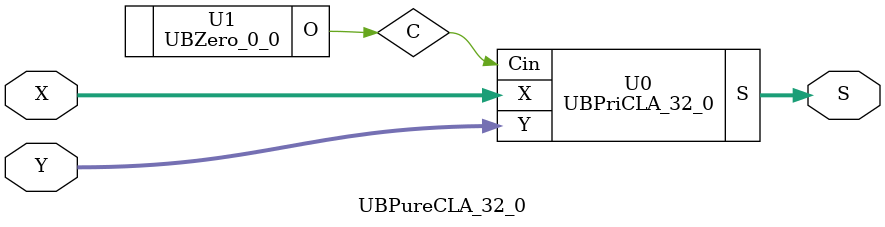
<source format=v>
/*----------------------------------------------------------------------------
  Copyright (c) 2021 Homma laboratory. All rights reserved.

  Top module: UBCLA_31_0_32_0

  Operand-1 length: 32
  Operand-2 length: 33
  Two-operand addition algorithm: Carry look-ahead adder
----------------------------------------------------------------------------*/

module UB1DCON_0(O, I);
  output O;
  input I;
  assign O = I;
endmodule

module UB1DCON_1(O, I);
  output O;
  input I;
  assign O = I;
endmodule

module UB1DCON_2(O, I);
  output O;
  input I;
  assign O = I;
endmodule

module UB1DCON_3(O, I);
  output O;
  input I;
  assign O = I;
endmodule

module UB1DCON_4(O, I);
  output O;
  input I;
  assign O = I;
endmodule

module UB1DCON_5(O, I);
  output O;
  input I;
  assign O = I;
endmodule

module UB1DCON_6(O, I);
  output O;
  input I;
  assign O = I;
endmodule

module UB1DCON_7(O, I);
  output O;
  input I;
  assign O = I;
endmodule

module UB1DCON_8(O, I);
  output O;
  input I;
  assign O = I;
endmodule

module UB1DCON_9(O, I);
  output O;
  input I;
  assign O = I;
endmodule

module UB1DCON_10(O, I);
  output O;
  input I;
  assign O = I;
endmodule

module UB1DCON_11(O, I);
  output O;
  input I;
  assign O = I;
endmodule

module UB1DCON_12(O, I);
  output O;
  input I;
  assign O = I;
endmodule

module UB1DCON_13(O, I);
  output O;
  input I;
  assign O = I;
endmodule

module UB1DCON_14(O, I);
  output O;
  input I;
  assign O = I;
endmodule

module UB1DCON_15(O, I);
  output O;
  input I;
  assign O = I;
endmodule

module UB1DCON_16(O, I);
  output O;
  input I;
  assign O = I;
endmodule

module UB1DCON_17(O, I);
  output O;
  input I;
  assign O = I;
endmodule

module UB1DCON_18(O, I);
  output O;
  input I;
  assign O = I;
endmodule

module UB1DCON_19(O, I);
  output O;
  input I;
  assign O = I;
endmodule

module UB1DCON_20(O, I);
  output O;
  input I;
  assign O = I;
endmodule

module UB1DCON_21(O, I);
  output O;
  input I;
  assign O = I;
endmodule

module UB1DCON_22(O, I);
  output O;
  input I;
  assign O = I;
endmodule

module UB1DCON_23(O, I);
  output O;
  input I;
  assign O = I;
endmodule

module UB1DCON_24(O, I);
  output O;
  input I;
  assign O = I;
endmodule

module UB1DCON_25(O, I);
  output O;
  input I;
  assign O = I;
endmodule

module UB1DCON_26(O, I);
  output O;
  input I;
  assign O = I;
endmodule

module UB1DCON_27(O, I);
  output O;
  input I;
  assign O = I;
endmodule

module UB1DCON_28(O, I);
  output O;
  input I;
  assign O = I;
endmodule

module UB1DCON_29(O, I);
  output O;
  input I;
  assign O = I;
endmodule

module UB1DCON_30(O, I);
  output O;
  input I;
  assign O = I;
endmodule

module UB1DCON_31(O, I);
  output O;
  input I;
  assign O = I;
endmodule

module UBZero_32_32(O);
  output [32:32] O;
  assign O[32] = 0;
endmodule

module GPGenerator(Go, Po, A, B);
  output Go;
  output Po;
  input A;
  input B;
  assign Go = A & B;
  assign Po = A ^ B;
endmodule

module CLAUnit_33(C, G, P, Cin);
  output [33:1] C;
  input Cin;
  input [32:0] G;
  input [32:0] P;
  assign C[1] = G[0] | ( P[0] & Cin );
  assign C[2] = G[1] | ( P[1] & G[0] ) | ( P[1] & P[0] & Cin );
  assign C[3] = G[2] | ( P[2] & G[1] ) | ( P[2] & P[1] & G[0] ) | ( P[2] & P[1] & P[0] & Cin );
  assign C[4] = G[3] | ( P[3] & G[2] ) | ( P[3] & P[2] & G[1] ) | ( P[3] & P[2] & P[1] & G[0] ) | ( P[3] & P[2] & P[1] & P[0] & Cin );
  assign C[5] = G[4] | ( P[4] & G[3] ) | ( P[4] & P[3] & G[2] ) | ( P[4] & P[3] & P[2] & G[1] ) | ( P[4] & P[3] & P[2] & P[1] & G[0] ) | ( P[4] & P[3] & P[2] & P[1] & P[0] & Cin );
  assign C[6] = G[5] | ( P[5] & G[4] ) | ( P[5] & P[4] & G[3] ) | ( P[5] & P[4] & P[3] & G[2] ) | ( P[5] & P[4] & P[3] & P[2] & G[1] ) | ( P[5] & P[4] & P[3] & P[2] & P[1] & G[0] ) | ( P[5] & P[4] & P[3]
 & P[2] & P[1] & P[0] & Cin );
  assign C[7] = G[6] | ( P[6] & G[5] ) | ( P[6] & P[5] & G[4] ) | ( P[6] & P[5] & P[4] & G[3] ) | ( P[6] & P[5] & P[4] & P[3] & G[2] ) | ( P[6] & P[5] & P[4] & P[3] & P[2] & G[1] ) | ( P[6] & P[5] & P[4]
 & P[3] & P[2] & P[1] & G[0] ) | ( P[6] & P[5] & P[4] & P[3] & P[2] & P[1] & P[0] & Cin );
  assign C[8] = G[7] | ( P[7] & G[6] ) | ( P[7] & P[6] & G[5] ) | ( P[7] & P[6] & P[5] & G[4] ) | ( P[7] & P[6] & P[5] & P[4] & G[3] ) | ( P[7] & P[6] & P[5] & P[4] & P[3] & G[2] ) | ( P[7] & P[6] & P[5]
 & P[4] & P[3] & P[2] & G[1] ) | ( P[7] & P[6] & P[5] & P[4] & P[3] & P[2] & P[1] & G[0] ) | ( P[7] & P[6] & P[5] & P[4] & P[3] & P[2] & P[1] & P[0] & Cin );
  assign C[9] = G[8] | ( P[8] & G[7] ) | ( P[8] & P[7] & G[6] ) | ( P[8] & P[7] & P[6] & G[5] ) | ( P[8] & P[7] & P[6] & P[5] & G[4] ) | ( P[8] & P[7] & P[6] & P[5] & P[4] & G[3] ) | ( P[8] & P[7] & P[6]
 & P[5] & P[4] & P[3] & G[2] ) | ( P[8] & P[7] & P[6] & P[5] & P[4] & P[3] & P[2] & G[1] ) | ( P[8] & P[7] & P[6] & P[5] & P[4] & P[3] & P[2] & P[1] & G[0] ) | ( P[8] & P[7] & P[6] & P[5] & P[4] & P[3]
 & P[2] & P[1] & P[0] & Cin );
  assign C[10] = G[9] | ( P[9] & G[8] ) | ( P[9] & P[8] & G[7] ) | ( P[9] & P[8] & P[7] & G[6] ) | ( P[9] & P[8] & P[7] & P[6] & G[5] ) | ( P[9] & P[8] & P[7] & P[6] & P[5] & G[4] ) | ( P[9] & P[8] & P[7]
 & P[6] & P[5] & P[4] & G[3] ) | ( P[9] & P[8] & P[7] & P[6] & P[5] & P[4] & P[3] & G[2] ) | ( P[9] & P[8] & P[7] & P[6] & P[5] & P[4] & P[3] & P[2] & G[1] ) | ( P[9] & P[8] & P[7] & P[6] & P[5] & P[4]
 & P[3] & P[2] & P[1] & G[0] ) | ( P[9] & P[8] & P[7] & P[6] & P[5] & P[4] & P[3] & P[2] & P[1] & P[0] & Cin );
  assign C[11] = G[10] | ( P[10] & G[9] ) | ( P[10] & P[9] & G[8] ) | ( P[10] & P[9] & P[8] & G[7] ) | ( P[10] & P[9] & P[8] & P[7] & G[6] ) | ( P[10] & P[9] & P[8] & P[7] & P[6] & G[5] ) | ( P[10] & P[9]
 & P[8] & P[7] & P[6] & P[5] & G[4] ) | ( P[10] & P[9] & P[8] & P[7] & P[6] & P[5] & P[4] & G[3] ) | ( P[10] & P[9] & P[8] & P[7] & P[6] & P[5] & P[4] & P[3] & G[2] ) | ( P[10] & P[9] & P[8] & P[7] & P[6]
 & P[5] & P[4] & P[3] & P[2] & G[1] ) | ( P[10] & P[9] & P[8] & P[7] & P[6] & P[5] & P[4] & P[3] & P[2] & P[1] & G[0] ) | ( P[10] & P[9] & P[8] & P[7] & P[6] & P[5] & P[4] & P[3] & P[2] & P[1] & P[0] &
 Cin );
  assign C[12] = G[11] | ( P[11] & G[10] ) | ( P[11] & P[10] & G[9] ) | ( P[11] & P[10] & P[9] & G[8] ) | ( P[11] & P[10] & P[9] & P[8] & G[7] ) | ( P[11] & P[10] & P[9] & P[8] & P[7] & G[6] ) | ( P[11]
 & P[10] & P[9] & P[8] & P[7] & P[6] & G[5] ) | ( P[11] & P[10] & P[9] & P[8] & P[7] & P[6] & P[5] & G[4] ) | ( P[11] & P[10] & P[9] & P[8] & P[7] & P[6] & P[5] & P[4] & G[3] ) | ( P[11] & P[10] & P[9]
 & P[8] & P[7] & P[6] & P[5] & P[4] & P[3] & G[2] ) | ( P[11] & P[10] & P[9] & P[8] & P[7] & P[6] & P[5] & P[4] & P[3] & P[2] & G[1] ) | ( P[11] & P[10] & P[9] & P[8] & P[7] & P[6] & P[5] & P[4] & P[3]
 & P[2] & P[1] & G[0] ) | ( P[11] & P[10] & P[9] & P[8] & P[7] & P[6] & P[5] & P[4] & P[3] & P[2] & P[1] & P[0] & Cin );
  assign C[13] = G[12] | ( P[12] & G[11] ) | ( P[12] & P[11] & G[10] ) | ( P[12] & P[11] & P[10] & G[9] ) | ( P[12] & P[11] & P[10] & P[9] & G[8] ) | ( P[12] & P[11] & P[10] & P[9] & P[8] & G[7] ) | ( P[12]
 & P[11] & P[10] & P[9] & P[8] & P[7] & G[6] ) | ( P[12] & P[11] & P[10] & P[9] & P[8] & P[7] & P[6] & G[5] ) | ( P[12] & P[11] & P[10] & P[9] & P[8] & P[7] & P[6] & P[5] & G[4] ) | ( P[12] & P[11] & P[10]
 & P[9] & P[8] & P[7] & P[6] & P[5] & P[4] & G[3] ) | ( P[12] & P[11] & P[10] & P[9] & P[8] & P[7] & P[6] & P[5] & P[4] & P[3] & G[2] ) | ( P[12] & P[11] & P[10] & P[9] & P[8] & P[7] & P[6] & P[5] & P[4]
 & P[3] & P[2] & G[1] ) | ( P[12] & P[11] & P[10] & P[9] & P[8] & P[7] & P[6] & P[5] & P[4] & P[3] & P[2] & P[1] & G[0] ) | ( P[12] & P[11] & P[10] & P[9] & P[8] & P[7] & P[6] & P[5] & P[4] & P[3] & P[2]
 & P[1] & P[0] & Cin );
  assign C[14] = G[13] | ( P[13] & G[12] ) | ( P[13] & P[12] & G[11] ) | ( P[13] & P[12] & P[11] & G[10] ) | ( P[13] & P[12] & P[11] & P[10] & G[9] ) | ( P[13] & P[12] & P[11] & P[10] & P[9] & G[8] ) |
 ( P[13] & P[12] & P[11] & P[10] & P[9] & P[8] & G[7] ) | ( P[13] & P[12] & P[11] & P[10] & P[9] & P[8] & P[7] & G[6] ) | ( P[13] & P[12] & P[11] & P[10] & P[9] & P[8] & P[7] & P[6] & G[5] ) | ( P[13] &
 P[12] & P[11] & P[10] & P[9] & P[8] & P[7] & P[6] & P[5] & G[4] ) | ( P[13] & P[12] & P[11] & P[10] & P[9] & P[8] & P[7] & P[6] & P[5] & P[4] & G[3] ) | ( P[13] & P[12] & P[11] & P[10] & P[9] & P[8] &
 P[7] & P[6] & P[5] & P[4] & P[3] & G[2] ) | ( P[13] & P[12] & P[11] & P[10] & P[9] & P[8] & P[7] & P[6] & P[5] & P[4] & P[3] & P[2] & G[1] ) | ( P[13] & P[12] & P[11] & P[10] & P[9] & P[8] & P[7] & P[6]
 & P[5] & P[4] & P[3] & P[2] & P[1] & G[0] ) | ( P[13] & P[12] & P[11] & P[10] & P[9] & P[8] & P[7] & P[6] & P[5] & P[4] & P[3] & P[2] & P[1] & P[0] & Cin );
  assign C[15] = G[14] | ( P[14] & G[13] ) | ( P[14] & P[13] & G[12] ) | ( P[14] & P[13] & P[12] & G[11] ) | ( P[14] & P[13] & P[12] & P[11] & G[10] ) | ( P[14] & P[13] & P[12] & P[11] & P[10] & G[9] )
 | ( P[14] & P[13] & P[12] & P[11] & P[10] & P[9] & G[8] ) | ( P[14] & P[13] & P[12] & P[11] & P[10] & P[9] & P[8] & G[7] ) | ( P[14] & P[13] & P[12] & P[11] & P[10] & P[9] & P[8] & P[7] & G[6] ) | ( P[14]
 & P[13] & P[12] & P[11] & P[10] & P[9] & P[8] & P[7] & P[6] & G[5] ) | ( P[14] & P[13] & P[12] & P[11] & P[10] & P[9] & P[8] & P[7] & P[6] & P[5] & G[4] ) | ( P[14] & P[13] & P[12] & P[11] & P[10] & P[9]
 & P[8] & P[7] & P[6] & P[5] & P[4] & G[3] ) | ( P[14] & P[13] & P[12] & P[11] & P[10] & P[9] & P[8] & P[7] & P[6] & P[5] & P[4] & P[3] & G[2] ) | ( P[14] & P[13] & P[12] & P[11] & P[10] & P[9] & P[8] &
 P[7] & P[6] & P[5] & P[4] & P[3] & P[2] & G[1] ) | ( P[14] & P[13] & P[12] & P[11] & P[10] & P[9] & P[8] & P[7] & P[6] & P[5] & P[4] & P[3] & P[2] & P[1] & G[0] ) | ( P[14] & P[13] & P[12] & P[11] & P[10]
 & P[9] & P[8] & P[7] & P[6] & P[5] & P[4] & P[3] & P[2] & P[1] & P[0] & Cin );
  assign C[16] = G[15] | ( P[15] & G[14] ) | ( P[15] & P[14] & G[13] ) | ( P[15] & P[14] & P[13] & G[12] ) | ( P[15] & P[14] & P[13] & P[12] & G[11] ) | ( P[15] & P[14] & P[13] & P[12] & P[11] & G[10] )
 | ( P[15] & P[14] & P[13] & P[12] & P[11] & P[10] & G[9] ) | ( P[15] & P[14] & P[13] & P[12] & P[11] & P[10] & P[9] & G[8] ) | ( P[15] & P[14] & P[13] & P[12] & P[11] & P[10] & P[9] & P[8] & G[7] ) | (
 P[15] & P[14] & P[13] & P[12] & P[11] & P[10] & P[9] & P[8] & P[7] & G[6] ) | ( P[15] & P[14] & P[13] & P[12] & P[11] & P[10] & P[9] & P[8] & P[7] & P[6] & G[5] ) | ( P[15] & P[14] & P[13] & P[12] & P[11]
 & P[10] & P[9] & P[8] & P[7] & P[6] & P[5] & G[4] ) | ( P[15] & P[14] & P[13] & P[12] & P[11] & P[10] & P[9] & P[8] & P[7] & P[6] & P[5] & P[4] & G[3] ) | ( P[15] & P[14] & P[13] & P[12] & P[11] & P[10]
 & P[9] & P[8] & P[7] & P[6] & P[5] & P[4] & P[3] & G[2] ) | ( P[15] & P[14] & P[13] & P[12] & P[11] & P[10] & P[9] & P[8] & P[7] & P[6] & P[5] & P[4] & P[3] & P[2] & G[1] ) | ( P[15] & P[14] & P[13] &
 P[12] & P[11] & P[10] & P[9] & P[8] & P[7] & P[6] & P[5] & P[4] & P[3] & P[2] & P[1] & G[0] ) | ( P[15] & P[14] & P[13] & P[12] & P[11] & P[10] & P[9] & P[8] & P[7] & P[6] & P[5] & P[4] & P[3] & P[2] &
 P[1] & P[0] & Cin );
  assign C[17] = G[16] | ( P[16] & G[15] ) | ( P[16] & P[15] & G[14] ) | ( P[16] & P[15] & P[14] & G[13] ) | ( P[16] & P[15] & P[14] & P[13] & G[12] ) | ( P[16] & P[15] & P[14] & P[13] & P[12] & G[11] )
 | ( P[16] & P[15] & P[14] & P[13] & P[12] & P[11] & G[10] ) | ( P[16] & P[15] & P[14] & P[13] & P[12] & P[11] & P[10] & G[9] ) | ( P[16] & P[15] & P[14] & P[13] & P[12] & P[11] & P[10] & P[9] & G[8] )
 | ( P[16] & P[15] & P[14] & P[13] & P[12] & P[11] & P[10] & P[9] & P[8] & G[7] ) | ( P[16] & P[15] & P[14] & P[13] & P[12] & P[11] & P[10] & P[9] & P[8] & P[7] & G[6] ) | ( P[16] & P[15] & P[14] & P[13]
 & P[12] & P[11] & P[10] & P[9] & P[8] & P[7] & P[6] & G[5] ) | ( P[16] & P[15] & P[14] & P[13] & P[12] & P[11] & P[10] & P[9] & P[8] & P[7] & P[6] & P[5] & G[4] ) | ( P[16] & P[15] & P[14] & P[13] & P[12]
 & P[11] & P[10] & P[9] & P[8] & P[7] & P[6] & P[5] & P[4] & G[3] ) | ( P[16] & P[15] & P[14] & P[13] & P[12] & P[11] & P[10] & P[9] & P[8] & P[7] & P[6] & P[5] & P[4] & P[3] & G[2] ) | ( P[16] & P[15]
 & P[14] & P[13] & P[12] & P[11] & P[10] & P[9] & P[8] & P[7] & P[6] & P[5] & P[4] & P[3] & P[2] & G[1] ) | ( P[16] & P[15] & P[14] & P[13] & P[12] & P[11] & P[10] & P[9] & P[8] & P[7] & P[6] & P[5] & P[4]
 & P[3] & P[2] & P[1] & G[0] ) | ( P[16] & P[15] & P[14] & P[13] & P[12] & P[11] & P[10] & P[9] & P[8] & P[7] & P[6] & P[5] & P[4] & P[3] & P[2] & P[1] & P[0] & Cin );
  assign C[18] = G[17] | ( P[17] & G[16] ) | ( P[17] & P[16] & G[15] ) | ( P[17] & P[16] & P[15] & G[14] ) | ( P[17] & P[16] & P[15] & P[14] & G[13] ) | ( P[17] & P[16] & P[15] & P[14] & P[13] & G[12] )
 | ( P[17] & P[16] & P[15] & P[14] & P[13] & P[12] & G[11] ) | ( P[17] & P[16] & P[15] & P[14] & P[13] & P[12] & P[11] & G[10] ) | ( P[17] & P[16] & P[15] & P[14] & P[13] & P[12] & P[11] & P[10] & G[9]
 ) | ( P[17] & P[16] & P[15] & P[14] & P[13] & P[12] & P[11] & P[10] & P[9] & G[8] ) | ( P[17] & P[16] & P[15] & P[14] & P[13] & P[12] & P[11] & P[10] & P[9] & P[8] & G[7] ) | ( P[17] & P[16] & P[15] &
 P[14] & P[13] & P[12] & P[11] & P[10] & P[9] & P[8] & P[7] & G[6] ) | ( P[17] & P[16] & P[15] & P[14] & P[13] & P[12] & P[11] & P[10] & P[9] & P[8] & P[7] & P[6] & G[5] ) | ( P[17] & P[16] & P[15] & P[14]
 & P[13] & P[12] & P[11] & P[10] & P[9] & P[8] & P[7] & P[6] & P[5] & G[4] ) | ( P[17] & P[16] & P[15] & P[14] & P[13] & P[12] & P[11] & P[10] & P[9] & P[8] & P[7] & P[6] & P[5] & P[4] & G[3] ) | ( P[17]
 & P[16] & P[15] & P[14] & P[13] & P[12] & P[11] & P[10] & P[9] & P[8] & P[7] & P[6] & P[5] & P[4] & P[3] & G[2] ) | ( P[17] & P[16] & P[15] & P[14] & P[13] & P[12] & P[11] & P[10] & P[9] & P[8] & P[7]
 & P[6] & P[5] & P[4] & P[3] & P[2] & G[1] ) | ( P[17] & P[16] & P[15] & P[14] & P[13] & P[12] & P[11] & P[10] & P[9] & P[8] & P[7] & P[6] & P[5] & P[4] & P[3] & P[2] & P[1] & G[0] ) | ( P[17] & P[16] &
 P[15] & P[14] & P[13] & P[12] & P[11] & P[10] & P[9] & P[8] & P[7] & P[6] & P[5] & P[4] & P[3] & P[2] & P[1] & P[0] & Cin );
  assign C[19] = G[18] | ( P[18] & G[17] ) | ( P[18] & P[17] & G[16] ) | ( P[18] & P[17] & P[16] & G[15] ) | ( P[18] & P[17] & P[16] & P[15] & G[14] ) | ( P[18] & P[17] & P[16] & P[15] & P[14] & G[13] )
 | ( P[18] & P[17] & P[16] & P[15] & P[14] & P[13] & G[12] ) | ( P[18] & P[17] & P[16] & P[15] & P[14] & P[13] & P[12] & G[11] ) | ( P[18] & P[17] & P[16] & P[15] & P[14] & P[13] & P[12] & P[11] & G[10]
 ) | ( P[18] & P[17] & P[16] & P[15] & P[14] & P[13] & P[12] & P[11] & P[10] & G[9] ) | ( P[18] & P[17] & P[16] & P[15] & P[14] & P[13] & P[12] & P[11] & P[10] & P[9] & G[8] ) | ( P[18] & P[17] & P[16]
 & P[15] & P[14] & P[13] & P[12] & P[11] & P[10] & P[9] & P[8] & G[7] ) | ( P[18] & P[17] & P[16] & P[15] & P[14] & P[13] & P[12] & P[11] & P[10] & P[9] & P[8] & P[7] & G[6] ) | ( P[18] & P[17] & P[16]
 & P[15] & P[14] & P[13] & P[12] & P[11] & P[10] & P[9] & P[8] & P[7] & P[6] & G[5] ) | ( P[18] & P[17] & P[16] & P[15] & P[14] & P[13] & P[12] & P[11] & P[10] & P[9] & P[8] & P[7] & P[6] & P[5] & G[4]
 ) | ( P[18] & P[17] & P[16] & P[15] & P[14] & P[13] & P[12] & P[11] & P[10] & P[9] & P[8] & P[7] & P[6] & P[5] & P[4] & G[3] ) | ( P[18] & P[17] & P[16] & P[15] & P[14] & P[13] & P[12] & P[11] & P[10]
 & P[9] & P[8] & P[7] & P[6] & P[5] & P[4] & P[3] & G[2] ) | ( P[18] & P[17] & P[16] & P[15] & P[14] & P[13] & P[12] & P[11] & P[10] & P[9] & P[8] & P[7] & P[6] & P[5] & P[4] & P[3] & P[2] & G[1] ) | (
 P[18] & P[17] & P[16] & P[15] & P[14] & P[13] & P[12] & P[11] & P[10] & P[9] & P[8] & P[7] & P[6] & P[5] & P[4] & P[3] & P[2] & P[1] & G[0] ) | ( P[18] & P[17] & P[16] & P[15] & P[14] & P[13] & P[12] &
 P[11] & P[10] & P[9] & P[8] & P[7] & P[6] & P[5] & P[4] & P[3] & P[2] & P[1] & P[0] & Cin );
  assign C[20] = G[19] | ( P[19] & G[18] ) | ( P[19] & P[18] & G[17] ) | ( P[19] & P[18] & P[17] & G[16] ) | ( P[19] & P[18] & P[17] & P[16] & G[15] ) | ( P[19] & P[18] & P[17] & P[16] & P[15] & G[14] )
 | ( P[19] & P[18] & P[17] & P[16] & P[15] & P[14] & G[13] ) | ( P[19] & P[18] & P[17] & P[16] & P[15] & P[14] & P[13] & G[12] ) | ( P[19] & P[18] & P[17] & P[16] & P[15] & P[14] & P[13] & P[12] & G[11]
 ) | ( P[19] & P[18] & P[17] & P[16] & P[15] & P[14] & P[13] & P[12] & P[11] & G[10] ) | ( P[19] & P[18] & P[17] & P[16] & P[15] & P[14] & P[13] & P[12] & P[11] & P[10] & G[9] ) | ( P[19] & P[18] & P[17]
 & P[16] & P[15] & P[14] & P[13] & P[12] & P[11] & P[10] & P[9] & G[8] ) | ( P[19] & P[18] & P[17] & P[16] & P[15] & P[14] & P[13] & P[12] & P[11] & P[10] & P[9] & P[8] & G[7] ) | ( P[19] & P[18] & P[17]
 & P[16] & P[15] & P[14] & P[13] & P[12] & P[11] & P[10] & P[9] & P[8] & P[7] & G[6] ) | ( P[19] & P[18] & P[17] & P[16] & P[15] & P[14] & P[13] & P[12] & P[11] & P[10] & P[9] & P[8] & P[7] & P[6] & G[5]
 ) | ( P[19] & P[18] & P[17] & P[16] & P[15] & P[14] & P[13] & P[12] & P[11] & P[10] & P[9] & P[8] & P[7] & P[6] & P[5] & G[4] ) | ( P[19] & P[18] & P[17] & P[16] & P[15] & P[14] & P[13] & P[12] & P[11]
 & P[10] & P[9] & P[8] & P[7] & P[6] & P[5] & P[4] & G[3] ) | ( P[19] & P[18] & P[17] & P[16] & P[15] & P[14] & P[13] & P[12] & P[11] & P[10] & P[9] & P[8] & P[7] & P[6] & P[5] & P[4] & P[3] & G[2] ) |
 ( P[19] & P[18] & P[17] & P[16] & P[15] & P[14] & P[13] & P[12] & P[11] & P[10] & P[9] & P[8] & P[7] & P[6] & P[5] & P[4] & P[3] & P[2] & G[1] ) | ( P[19] & P[18] & P[17] & P[16] & P[15] & P[14] & P[13]
 & P[12] & P[11] & P[10] & P[9] & P[8] & P[7] & P[6] & P[5] & P[4] & P[3] & P[2] & P[1] & G[0] ) | ( P[19] & P[18] & P[17] & P[16] & P[15] & P[14] & P[13] & P[12] & P[11] & P[10] & P[9] & P[8] & P[7] &
 P[6] & P[5] & P[4] & P[3] & P[2] & P[1] & P[0] & Cin );
  assign C[21] = G[20] | ( P[20] & G[19] ) | ( P[20] & P[19] & G[18] ) | ( P[20] & P[19] & P[18] & G[17] ) | ( P[20] & P[19] & P[18] & P[17] & G[16] ) | ( P[20] & P[19] & P[18] & P[17] & P[16] & G[15] )
 | ( P[20] & P[19] & P[18] & P[17] & P[16] & P[15] & G[14] ) | ( P[20] & P[19] & P[18] & P[17] & P[16] & P[15] & P[14] & G[13] ) | ( P[20] & P[19] & P[18] & P[17] & P[16] & P[15] & P[14] & P[13] & G[12]
 ) | ( P[20] & P[19] & P[18] & P[17] & P[16] & P[15] & P[14] & P[13] & P[12] & G[11] ) | ( P[20] & P[19] & P[18] & P[17] & P[16] & P[15] & P[14] & P[13] & P[12] & P[11] & G[10] ) | ( P[20] & P[19] & P[18]
 & P[17] & P[16] & P[15] & P[14] & P[13] & P[12] & P[11] & P[10] & G[9] ) | ( P[20] & P[19] & P[18] & P[17] & P[16] & P[15] & P[14] & P[13] & P[12] & P[11] & P[10] & P[9] & G[8] ) | ( P[20] & P[19] & P[18]
 & P[17] & P[16] & P[15] & P[14] & P[13] & P[12] & P[11] & P[10] & P[9] & P[8] & G[7] ) | ( P[20] & P[19] & P[18] & P[17] & P[16] & P[15] & P[14] & P[13] & P[12] & P[11] & P[10] & P[9] & P[8] & P[7] & G[6]
 ) | ( P[20] & P[19] & P[18] & P[17] & P[16] & P[15] & P[14] & P[13] & P[12] & P[11] & P[10] & P[9] & P[8] & P[7] & P[6] & G[5] ) | ( P[20] & P[19] & P[18] & P[17] & P[16] & P[15] & P[14] & P[13] & P[12]
 & P[11] & P[10] & P[9] & P[8] & P[7] & P[6] & P[5] & G[4] ) | ( P[20] & P[19] & P[18] & P[17] & P[16] & P[15] & P[14] & P[13] & P[12] & P[11] & P[10] & P[9] & P[8] & P[7] & P[6] & P[5] & P[4] & G[3] )
 | ( P[20] & P[19] & P[18] & P[17] & P[16] & P[15] & P[14] & P[13] & P[12] & P[11] & P[10] & P[9] & P[8] & P[7] & P[6] & P[5] & P[4] & P[3] & G[2] ) | ( P[20] & P[19] & P[18] & P[17] & P[16] & P[15] & P[14]
 & P[13] & P[12] & P[11] & P[10] & P[9] & P[8] & P[7] & P[6] & P[5] & P[4] & P[3] & P[2] & G[1] ) | ( P[20] & P[19] & P[18] & P[17] & P[16] & P[15] & P[14] & P[13] & P[12] & P[11] & P[10] & P[9] & P[8]
 & P[7] & P[6] & P[5] & P[4] & P[3] & P[2] & P[1] & G[0] ) | ( P[20] & P[19] & P[18] & P[17] & P[16] & P[15] & P[14] & P[13] & P[12] & P[11] & P[10] & P[9] & P[8] & P[7] & P[6] & P[5] & P[4] & P[3] & P[2]
 & P[1] & P[0] & Cin );
  assign C[22] = G[21] | ( P[21] & G[20] ) | ( P[21] & P[20] & G[19] ) | ( P[21] & P[20] & P[19] & G[18] ) | ( P[21] & P[20] & P[19] & P[18] & G[17] ) | ( P[21] & P[20] & P[19] & P[18] & P[17] & G[16] )
 | ( P[21] & P[20] & P[19] & P[18] & P[17] & P[16] & G[15] ) | ( P[21] & P[20] & P[19] & P[18] & P[17] & P[16] & P[15] & G[14] ) | ( P[21] & P[20] & P[19] & P[18] & P[17] & P[16] & P[15] & P[14] & G[13]
 ) | ( P[21] & P[20] & P[19] & P[18] & P[17] & P[16] & P[15] & P[14] & P[13] & G[12] ) | ( P[21] & P[20] & P[19] & P[18] & P[17] & P[16] & P[15] & P[14] & P[13] & P[12] & G[11] ) | ( P[21] & P[20] & P[19]
 & P[18] & P[17] & P[16] & P[15] & P[14] & P[13] & P[12] & P[11] & G[10] ) | ( P[21] & P[20] & P[19] & P[18] & P[17] & P[16] & P[15] & P[14] & P[13] & P[12] & P[11] & P[10] & G[9] ) | ( P[21] & P[20] &
 P[19] & P[18] & P[17] & P[16] & P[15] & P[14] & P[13] & P[12] & P[11] & P[10] & P[9] & G[8] ) | ( P[21] & P[20] & P[19] & P[18] & P[17] & P[16] & P[15] & P[14] & P[13] & P[12] & P[11] & P[10] & P[9] &
 P[8] & G[7] ) | ( P[21] & P[20] & P[19] & P[18] & P[17] & P[16] & P[15] & P[14] & P[13] & P[12] & P[11] & P[10] & P[9] & P[8] & P[7] & G[6] ) | ( P[21] & P[20] & P[19] & P[18] & P[17] & P[16] & P[15] &
 P[14] & P[13] & P[12] & P[11] & P[10] & P[9] & P[8] & P[7] & P[6] & G[5] ) | ( P[21] & P[20] & P[19] & P[18] & P[17] & P[16] & P[15] & P[14] & P[13] & P[12] & P[11] & P[10] & P[9] & P[8] & P[7] & P[6]
 & P[5] & G[4] ) | ( P[21] & P[20] & P[19] & P[18] & P[17] & P[16] & P[15] & P[14] & P[13] & P[12] & P[11] & P[10] & P[9] & P[8] & P[7] & P[6] & P[5] & P[4] & G[3] ) | ( P[21] & P[20] & P[19] & P[18] &
 P[17] & P[16] & P[15] & P[14] & P[13] & P[12] & P[11] & P[10] & P[9] & P[8] & P[7] & P[6] & P[5] & P[4] & P[3] & G[2] ) | ( P[21] & P[20] & P[19] & P[18] & P[17] & P[16] & P[15] & P[14] & P[13] & P[12]
 & P[11] & P[10] & P[9] & P[8] & P[7] & P[6] & P[5] & P[4] & P[3] & P[2] & G[1] ) | ( P[21] & P[20] & P[19] & P[18] & P[17] & P[16] & P[15] & P[14] & P[13] & P[12] & P[11] & P[10] & P[9] & P[8] & P[7] &
 P[6] & P[5] & P[4] & P[3] & P[2] & P[1] & G[0] ) | ( P[21] & P[20] & P[19] & P[18] & P[17] & P[16] & P[15] & P[14] & P[13] & P[12] & P[11] & P[10] & P[9] & P[8] & P[7] & P[6] & P[5] & P[4] & P[3] & P[2]
 & P[1] & P[0] & Cin );
  assign C[23] = G[22] | ( P[22] & G[21] ) | ( P[22] & P[21] & G[20] ) | ( P[22] & P[21] & P[20] & G[19] ) | ( P[22] & P[21] & P[20] & P[19] & G[18] ) | ( P[22] & P[21] & P[20] & P[19] & P[18] & G[17] )
 | ( P[22] & P[21] & P[20] & P[19] & P[18] & P[17] & G[16] ) | ( P[22] & P[21] & P[20] & P[19] & P[18] & P[17] & P[16] & G[15] ) | ( P[22] & P[21] & P[20] & P[19] & P[18] & P[17] & P[16] & P[15] & G[14]
 ) | ( P[22] & P[21] & P[20] & P[19] & P[18] & P[17] & P[16] & P[15] & P[14] & G[13] ) | ( P[22] & P[21] & P[20] & P[19] & P[18] & P[17] & P[16] & P[15] & P[14] & P[13] & G[12] ) | ( P[22] & P[21] & P[20]
 & P[19] & P[18] & P[17] & P[16] & P[15] & P[14] & P[13] & P[12] & G[11] ) | ( P[22] & P[21] & P[20] & P[19] & P[18] & P[17] & P[16] & P[15] & P[14] & P[13] & P[12] & P[11] & G[10] ) | ( P[22] & P[21] &
 P[20] & P[19] & P[18] & P[17] & P[16] & P[15] & P[14] & P[13] & P[12] & P[11] & P[10] & G[9] ) | ( P[22] & P[21] & P[20] & P[19] & P[18] & P[17] & P[16] & P[15] & P[14] & P[13] & P[12] & P[11] & P[10]
 & P[9] & G[8] ) | ( P[22] & P[21] & P[20] & P[19] & P[18] & P[17] & P[16] & P[15] & P[14] & P[13] & P[12] & P[11] & P[10] & P[9] & P[8] & G[7] ) | ( P[22] & P[21] & P[20] & P[19] & P[18] & P[17] & P[16]
 & P[15] & P[14] & P[13] & P[12] & P[11] & P[10] & P[9] & P[8] & P[7] & G[6] ) | ( P[22] & P[21] & P[20] & P[19] & P[18] & P[17] & P[16] & P[15] & P[14] & P[13] & P[12] & P[11] & P[10] & P[9] & P[8] & P[7]
 & P[6] & G[5] ) | ( P[22] & P[21] & P[20] & P[19] & P[18] & P[17] & P[16] & P[15] & P[14] & P[13] & P[12] & P[11] & P[10] & P[9] & P[8] & P[7] & P[6] & P[5] & G[4] ) | ( P[22] & P[21] & P[20] & P[19] &
 P[18] & P[17] & P[16] & P[15] & P[14] & P[13] & P[12] & P[11] & P[10] & P[9] & P[8] & P[7] & P[6] & P[5] & P[4] & G[3] ) | ( P[22] & P[21] & P[20] & P[19] & P[18] & P[17] & P[16] & P[15] & P[14] & P[13]
 & P[12] & P[11] & P[10] & P[9] & P[8] & P[7] & P[6] & P[5] & P[4] & P[3] & G[2] ) | ( P[22] & P[21] & P[20] & P[19] & P[18] & P[17] & P[16] & P[15] & P[14] & P[13] & P[12] & P[11] & P[10] & P[9] & P[8]
 & P[7] & P[6] & P[5] & P[4] & P[3] & P[2] & G[1] ) | ( P[22] & P[21] & P[20] & P[19] & P[18] & P[17] & P[16] & P[15] & P[14] & P[13] & P[12] & P[11] & P[10] & P[9] & P[8] & P[7] & P[6] & P[5] & P[4] &
 P[3] & P[2] & P[1] & G[0] ) | ( P[22] & P[21] & P[20] & P[19] & P[18] & P[17] & P[16] & P[15] & P[14] & P[13] & P[12] & P[11] & P[10] & P[9] & P[8] & P[7] & P[6] & P[5] & P[4] & P[3] & P[2] & P[1] & P[0]
 & Cin );
  assign C[24] = G[23] | ( P[23] & G[22] ) | ( P[23] & P[22] & G[21] ) | ( P[23] & P[22] & P[21] & G[20] ) | ( P[23] & P[22] & P[21] & P[20] & G[19] ) | ( P[23] & P[22] & P[21] & P[20] & P[19] & G[18] )
 | ( P[23] & P[22] & P[21] & P[20] & P[19] & P[18] & G[17] ) | ( P[23] & P[22] & P[21] & P[20] & P[19] & P[18] & P[17] & G[16] ) | ( P[23] & P[22] & P[21] & P[20] & P[19] & P[18] & P[17] & P[16] & G[15]
 ) | ( P[23] & P[22] & P[21] & P[20] & P[19] & P[18] & P[17] & P[16] & P[15] & G[14] ) | ( P[23] & P[22] & P[21] & P[20] & P[19] & P[18] & P[17] & P[16] & P[15] & P[14] & G[13] ) | ( P[23] & P[22] & P[21]
 & P[20] & P[19] & P[18] & P[17] & P[16] & P[15] & P[14] & P[13] & G[12] ) | ( P[23] & P[22] & P[21] & P[20] & P[19] & P[18] & P[17] & P[16] & P[15] & P[14] & P[13] & P[12] & G[11] ) | ( P[23] & P[22] &
 P[21] & P[20] & P[19] & P[18] & P[17] & P[16] & P[15] & P[14] & P[13] & P[12] & P[11] & G[10] ) | ( P[23] & P[22] & P[21] & P[20] & P[19] & P[18] & P[17] & P[16] & P[15] & P[14] & P[13] & P[12] & P[11]
 & P[10] & G[9] ) | ( P[23] & P[22] & P[21] & P[20] & P[19] & P[18] & P[17] & P[16] & P[15] & P[14] & P[13] & P[12] & P[11] & P[10] & P[9] & G[8] ) | ( P[23] & P[22] & P[21] & P[20] & P[19] & P[18] & P[17]
 & P[16] & P[15] & P[14] & P[13] & P[12] & P[11] & P[10] & P[9] & P[8] & G[7] ) | ( P[23] & P[22] & P[21] & P[20] & P[19] & P[18] & P[17] & P[16] & P[15] & P[14] & P[13] & P[12] & P[11] & P[10] & P[9] &
 P[8] & P[7] & G[6] ) | ( P[23] & P[22] & P[21] & P[20] & P[19] & P[18] & P[17] & P[16] & P[15] & P[14] & P[13] & P[12] & P[11] & P[10] & P[9] & P[8] & P[7] & P[6] & G[5] ) | ( P[23] & P[22] & P[21] & P[20]
 & P[19] & P[18] & P[17] & P[16] & P[15] & P[14] & P[13] & P[12] & P[11] & P[10] & P[9] & P[8] & P[7] & P[6] & P[5] & G[4] ) | ( P[23] & P[22] & P[21] & P[20] & P[19] & P[18] & P[17] & P[16] & P[15] & P[14]
 & P[13] & P[12] & P[11] & P[10] & P[9] & P[8] & P[7] & P[6] & P[5] & P[4] & G[3] ) | ( P[23] & P[22] & P[21] & P[20] & P[19] & P[18] & P[17] & P[16] & P[15] & P[14] & P[13] & P[12] & P[11] & P[10] & P[9]
 & P[8] & P[7] & P[6] & P[5] & P[4] & P[3] & G[2] ) | ( P[23] & P[22] & P[21] & P[20] & P[19] & P[18] & P[17] & P[16] & P[15] & P[14] & P[13] & P[12] & P[11] & P[10] & P[9] & P[8] & P[7] & P[6] & P[5] &
 P[4] & P[3] & P[2] & G[1] ) | ( P[23] & P[22] & P[21] & P[20] & P[19] & P[18] & P[17] & P[16] & P[15] & P[14] & P[13] & P[12] & P[11] & P[10] & P[9] & P[8] & P[7] & P[6] & P[5] & P[4] & P[3] & P[2] & P[1]
 & G[0] ) | ( P[23] & P[22] & P[21] & P[20] & P[19] & P[18] & P[17] & P[16] & P[15] & P[14] & P[13] & P[12] & P[11] & P[10] & P[9] & P[8] & P[7] & P[6] & P[5] & P[4] & P[3] & P[2] & P[1] & P[0] & Cin );
  assign C[25] = G[24] | ( P[24] & G[23] ) | ( P[24] & P[23] & G[22] ) | ( P[24] & P[23] & P[22] & G[21] ) | ( P[24] & P[23] & P[22] & P[21] & G[20] ) | ( P[24] & P[23] & P[22] & P[21] & P[20] & G[19] )
 | ( P[24] & P[23] & P[22] & P[21] & P[20] & P[19] & G[18] ) | ( P[24] & P[23] & P[22] & P[21] & P[20] & P[19] & P[18] & G[17] ) | ( P[24] & P[23] & P[22] & P[21] & P[20] & P[19] & P[18] & P[17] & G[16]
 ) | ( P[24] & P[23] & P[22] & P[21] & P[20] & P[19] & P[18] & P[17] & P[16] & G[15] ) | ( P[24] & P[23] & P[22] & P[21] & P[20] & P[19] & P[18] & P[17] & P[16] & P[15] & G[14] ) | ( P[24] & P[23] & P[22]
 & P[21] & P[20] & P[19] & P[18] & P[17] & P[16] & P[15] & P[14] & G[13] ) | ( P[24] & P[23] & P[22] & P[21] & P[20] & P[19] & P[18] & P[17] & P[16] & P[15] & P[14] & P[13] & G[12] ) | ( P[24] & P[23] &
 P[22] & P[21] & P[20] & P[19] & P[18] & P[17] & P[16] & P[15] & P[14] & P[13] & P[12] & G[11] ) | ( P[24] & P[23] & P[22] & P[21] & P[20] & P[19] & P[18] & P[17] & P[16] & P[15] & P[14] & P[13] & P[12]
 & P[11] & G[10] ) | ( P[24] & P[23] & P[22] & P[21] & P[20] & P[19] & P[18] & P[17] & P[16] & P[15] & P[14] & P[13] & P[12] & P[11] & P[10] & G[9] ) | ( P[24] & P[23] & P[22] & P[21] & P[20] & P[19] &
 P[18] & P[17] & P[16] & P[15] & P[14] & P[13] & P[12] & P[11] & P[10] & P[9] & G[8] ) | ( P[24] & P[23] & P[22] & P[21] & P[20] & P[19] & P[18] & P[17] & P[16] & P[15] & P[14] & P[13] & P[12] & P[11] &
 P[10] & P[9] & P[8] & G[7] ) | ( P[24] & P[23] & P[22] & P[21] & P[20] & P[19] & P[18] & P[17] & P[16] & P[15] & P[14] & P[13] & P[12] & P[11] & P[10] & P[9] & P[8] & P[7] & G[6] ) | ( P[24] & P[23] &
 P[22] & P[21] & P[20] & P[19] & P[18] & P[17] & P[16] & P[15] & P[14] & P[13] & P[12] & P[11] & P[10] & P[9] & P[8] & P[7] & P[6] & G[5] ) | ( P[24] & P[23] & P[22] & P[21] & P[20] & P[19] & P[18] & P[17]
 & P[16] & P[15] & P[14] & P[13] & P[12] & P[11] & P[10] & P[9] & P[8] & P[7] & P[6] & P[5] & G[4] ) | ( P[24] & P[23] & P[22] & P[21] & P[20] & P[19] & P[18] & P[17] & P[16] & P[15] & P[14] & P[13] & P[12]
 & P[11] & P[10] & P[9] & P[8] & P[7] & P[6] & P[5] & P[4] & G[3] ) | ( P[24] & P[23] & P[22] & P[21] & P[20] & P[19] & P[18] & P[17] & P[16] & P[15] & P[14] & P[13] & P[12] & P[11] & P[10] & P[9] & P[8]
 & P[7] & P[6] & P[5] & P[4] & P[3] & G[2] ) | ( P[24] & P[23] & P[22] & P[21] & P[20] & P[19] & P[18] & P[17] & P[16] & P[15] & P[14] & P[13] & P[12] & P[11] & P[10] & P[9] & P[8] & P[7] & P[6] & P[5]
 & P[4] & P[3] & P[2] & G[1] ) | ( P[24] & P[23] & P[22] & P[21] & P[20] & P[19] & P[18] & P[17] & P[16] & P[15] & P[14] & P[13] & P[12] & P[11] & P[10] & P[9] & P[8] & P[7] & P[6] & P[5] & P[4] & P[3]
 & P[2] & P[1] & G[0] ) | ( P[24] & P[23] & P[22] & P[21] & P[20] & P[19] & P[18] & P[17] & P[16] & P[15] & P[14] & P[13] & P[12] & P[11] & P[10] & P[9] & P[8] & P[7] & P[6] & P[5] & P[4] & P[3] & P[2]
 & P[1] & P[0] & Cin );
  assign C[26] = G[25] | ( P[25] & G[24] ) | ( P[25] & P[24] & G[23] ) | ( P[25] & P[24] & P[23] & G[22] ) | ( P[25] & P[24] & P[23] & P[22] & G[21] ) | ( P[25] & P[24] & P[23] & P[22] & P[21] & G[20] )
 | ( P[25] & P[24] & P[23] & P[22] & P[21] & P[20] & G[19] ) | ( P[25] & P[24] & P[23] & P[22] & P[21] & P[20] & P[19] & G[18] ) | ( P[25] & P[24] & P[23] & P[22] & P[21] & P[20] & P[19] & P[18] & G[17]
 ) | ( P[25] & P[24] & P[23] & P[22] & P[21] & P[20] & P[19] & P[18] & P[17] & G[16] ) | ( P[25] & P[24] & P[23] & P[22] & P[21] & P[20] & P[19] & P[18] & P[17] & P[16] & G[15] ) | ( P[25] & P[24] & P[23]
 & P[22] & P[21] & P[20] & P[19] & P[18] & P[17] & P[16] & P[15] & G[14] ) | ( P[25] & P[24] & P[23] & P[22] & P[21] & P[20] & P[19] & P[18] & P[17] & P[16] & P[15] & P[14] & G[13] ) | ( P[25] & P[24] &
 P[23] & P[22] & P[21] & P[20] & P[19] & P[18] & P[17] & P[16] & P[15] & P[14] & P[13] & G[12] ) | ( P[25] & P[24] & P[23] & P[22] & P[21] & P[20] & P[19] & P[18] & P[17] & P[16] & P[15] & P[14] & P[13]
 & P[12] & G[11] ) | ( P[25] & P[24] & P[23] & P[22] & P[21] & P[20] & P[19] & P[18] & P[17] & P[16] & P[15] & P[14] & P[13] & P[12] & P[11] & G[10] ) | ( P[25] & P[24] & P[23] & P[22] & P[21] & P[20] &
 P[19] & P[18] & P[17] & P[16] & P[15] & P[14] & P[13] & P[12] & P[11] & P[10] & G[9] ) | ( P[25] & P[24] & P[23] & P[22] & P[21] & P[20] & P[19] & P[18] & P[17] & P[16] & P[15] & P[14] & P[13] & P[12]
 & P[11] & P[10] & P[9] & G[8] ) | ( P[25] & P[24] & P[23] & P[22] & P[21] & P[20] & P[19] & P[18] & P[17] & P[16] & P[15] & P[14] & P[13] & P[12] & P[11] & P[10] & P[9] & P[8] & G[7] ) | ( P[25] & P[24]
 & P[23] & P[22] & P[21] & P[20] & P[19] & P[18] & P[17] & P[16] & P[15] & P[14] & P[13] & P[12] & P[11] & P[10] & P[9] & P[8] & P[7] & G[6] ) | ( P[25] & P[24] & P[23] & P[22] & P[21] & P[20] & P[19] &
 P[18] & P[17] & P[16] & P[15] & P[14] & P[13] & P[12] & P[11] & P[10] & P[9] & P[8] & P[7] & P[6] & G[5] ) | ( P[25] & P[24] & P[23] & P[22] & P[21] & P[20] & P[19] & P[18] & P[17] & P[16] & P[15] & P[14]
 & P[13] & P[12] & P[11] & P[10] & P[9] & P[8] & P[7] & P[6] & P[5] & G[4] ) | ( P[25] & P[24] & P[23] & P[22] & P[21] & P[20] & P[19] & P[18] & P[17] & P[16] & P[15] & P[14] & P[13] & P[12] & P[11] & P[10]
 & P[9] & P[8] & P[7] & P[6] & P[5] & P[4] & G[3] ) | ( P[25] & P[24] & P[23] & P[22] & P[21] & P[20] & P[19] & P[18] & P[17] & P[16] & P[15] & P[14] & P[13] & P[12] & P[11] & P[10] & P[9] & P[8] & P[7]
 & P[6] & P[5] & P[4] & P[3] & G[2] ) | ( P[25] & P[24] & P[23] & P[22] & P[21] & P[20] & P[19] & P[18] & P[17] & P[16] & P[15] & P[14] & P[13] & P[12] & P[11] & P[10] & P[9] & P[8] & P[7] & P[6] & P[5]
 & P[4] & P[3] & P[2] & G[1] ) | ( P[25] & P[24] & P[23] & P[22] & P[21] & P[20] & P[19] & P[18] & P[17] & P[16] & P[15] & P[14] & P[13] & P[12] & P[11] & P[10] & P[9] & P[8] & P[7] & P[6] & P[5] & P[4]
 & P[3] & P[2] & P[1] & G[0] ) | ( P[25] & P[24] & P[23] & P[22] & P[21] & P[20] & P[19] & P[18] & P[17] & P[16] & P[15] & P[14] & P[13] & P[12] & P[11] & P[10] & P[9] & P[8] & P[7] & P[6] & P[5] & P[4]
 & P[3] & P[2] & P[1] & P[0] & Cin );
  assign C[27] = G[26] | ( P[26] & G[25] ) | ( P[26] & P[25] & G[24] ) | ( P[26] & P[25] & P[24] & G[23] ) | ( P[26] & P[25] & P[24] & P[23] & G[22] ) | ( P[26] & P[25] & P[24] & P[23] & P[22] & G[21] )
 | ( P[26] & P[25] & P[24] & P[23] & P[22] & P[21] & G[20] ) | ( P[26] & P[25] & P[24] & P[23] & P[22] & P[21] & P[20] & G[19] ) | ( P[26] & P[25] & P[24] & P[23] & P[22] & P[21] & P[20] & P[19] & G[18]
 ) | ( P[26] & P[25] & P[24] & P[23] & P[22] & P[21] & P[20] & P[19] & P[18] & G[17] ) | ( P[26] & P[25] & P[24] & P[23] & P[22] & P[21] & P[20] & P[19] & P[18] & P[17] & G[16] ) | ( P[26] & P[25] & P[24]
 & P[23] & P[22] & P[21] & P[20] & P[19] & P[18] & P[17] & P[16] & G[15] ) | ( P[26] & P[25] & P[24] & P[23] & P[22] & P[21] & P[20] & P[19] & P[18] & P[17] & P[16] & P[15] & G[14] ) | ( P[26] & P[25] &
 P[24] & P[23] & P[22] & P[21] & P[20] & P[19] & P[18] & P[17] & P[16] & P[15] & P[14] & G[13] ) | ( P[26] & P[25] & P[24] & P[23] & P[22] & P[21] & P[20] & P[19] & P[18] & P[17] & P[16] & P[15] & P[14]
 & P[13] & G[12] ) | ( P[26] & P[25] & P[24] & P[23] & P[22] & P[21] & P[20] & P[19] & P[18] & P[17] & P[16] & P[15] & P[14] & P[13] & P[12] & G[11] ) | ( P[26] & P[25] & P[24] & P[23] & P[22] & P[21] &
 P[20] & P[19] & P[18] & P[17] & P[16] & P[15] & P[14] & P[13] & P[12] & P[11] & G[10] ) | ( P[26] & P[25] & P[24] & P[23] & P[22] & P[21] & P[20] & P[19] & P[18] & P[17] & P[16] & P[15] & P[14] & P[13]
 & P[12] & P[11] & P[10] & G[9] ) | ( P[26] & P[25] & P[24] & P[23] & P[22] & P[21] & P[20] & P[19] & P[18] & P[17] & P[16] & P[15] & P[14] & P[13] & P[12] & P[11] & P[10] & P[9] & G[8] ) | ( P[26] & P[25]
 & P[24] & P[23] & P[22] & P[21] & P[20] & P[19] & P[18] & P[17] & P[16] & P[15] & P[14] & P[13] & P[12] & P[11] & P[10] & P[9] & P[8] & G[7] ) | ( P[26] & P[25] & P[24] & P[23] & P[22] & P[21] & P[20]
 & P[19] & P[18] & P[17] & P[16] & P[15] & P[14] & P[13] & P[12] & P[11] & P[10] & P[9] & P[8] & P[7] & G[6] ) | ( P[26] & P[25] & P[24] & P[23] & P[22] & P[21] & P[20] & P[19] & P[18] & P[17] & P[16] &
 P[15] & P[14] & P[13] & P[12] & P[11] & P[10] & P[9] & P[8] & P[7] & P[6] & G[5] ) | ( P[26] & P[25] & P[24] & P[23] & P[22] & P[21] & P[20] & P[19] & P[18] & P[17] & P[16] & P[15] & P[14] & P[13] & P[12]
 & P[11] & P[10] & P[9] & P[8] & P[7] & P[6] & P[5] & G[4] ) | ( P[26] & P[25] & P[24] & P[23] & P[22] & P[21] & P[20] & P[19] & P[18] & P[17] & P[16] & P[15] & P[14] & P[13] & P[12] & P[11] & P[10] & P[9]
 & P[8] & P[7] & P[6] & P[5] & P[4] & G[3] ) | ( P[26] & P[25] & P[24] & P[23] & P[22] & P[21] & P[20] & P[19] & P[18] & P[17] & P[16] & P[15] & P[14] & P[13] & P[12] & P[11] & P[10] & P[9] & P[8] & P[7]
 & P[6] & P[5] & P[4] & P[3] & G[2] ) | ( P[26] & P[25] & P[24] & P[23] & P[22] & P[21] & P[20] & P[19] & P[18] & P[17] & P[16] & P[15] & P[14] & P[13] & P[12] & P[11] & P[10] & P[9] & P[8] & P[7] & P[6]
 & P[5] & P[4] & P[3] & P[2] & G[1] ) | ( P[26] & P[25] & P[24] & P[23] & P[22] & P[21] & P[20] & P[19] & P[18] & P[17] & P[16] & P[15] & P[14] & P[13] & P[12] & P[11] & P[10] & P[9] & P[8] & P[7] & P[6]
 & P[5] & P[4] & P[3] & P[2] & P[1] & G[0] ) | ( P[26] & P[25] & P[24] & P[23] & P[22] & P[21] & P[20] & P[19] & P[18] & P[17] & P[16] & P[15] & P[14] & P[13] & P[12] & P[11] & P[10] & P[9] & P[8] & P[7]
 & P[6] & P[5] & P[4] & P[3] & P[2] & P[1] & P[0] & Cin );
  assign C[28] = G[27] | ( P[27] & G[26] ) | ( P[27] & P[26] & G[25] ) | ( P[27] & P[26] & P[25] & G[24] ) | ( P[27] & P[26] & P[25] & P[24] & G[23] ) | ( P[27] & P[26] & P[25] & P[24] & P[23] & G[22] )
 | ( P[27] & P[26] & P[25] & P[24] & P[23] & P[22] & G[21] ) | ( P[27] & P[26] & P[25] & P[24] & P[23] & P[22] & P[21] & G[20] ) | ( P[27] & P[26] & P[25] & P[24] & P[23] & P[22] & P[21] & P[20] & G[19]
 ) | ( P[27] & P[26] & P[25] & P[24] & P[23] & P[22] & P[21] & P[20] & P[19] & G[18] ) | ( P[27] & P[26] & P[25] & P[24] & P[23] & P[22] & P[21] & P[20] & P[19] & P[18] & G[17] ) | ( P[27] & P[26] & P[25]
 & P[24] & P[23] & P[22] & P[21] & P[20] & P[19] & P[18] & P[17] & G[16] ) | ( P[27] & P[26] & P[25] & P[24] & P[23] & P[22] & P[21] & P[20] & P[19] & P[18] & P[17] & P[16] & G[15] ) | ( P[27] & P[26] &
 P[25] & P[24] & P[23] & P[22] & P[21] & P[20] & P[19] & P[18] & P[17] & P[16] & P[15] & G[14] ) | ( P[27] & P[26] & P[25] & P[24] & P[23] & P[22] & P[21] & P[20] & P[19] & P[18] & P[17] & P[16] & P[15]
 & P[14] & G[13] ) | ( P[27] & P[26] & P[25] & P[24] & P[23] & P[22] & P[21] & P[20] & P[19] & P[18] & P[17] & P[16] & P[15] & P[14] & P[13] & G[12] ) | ( P[27] & P[26] & P[25] & P[24] & P[23] & P[22] &
 P[21] & P[20] & P[19] & P[18] & P[17] & P[16] & P[15] & P[14] & P[13] & P[12] & G[11] ) | ( P[27] & P[26] & P[25] & P[24] & P[23] & P[22] & P[21] & P[20] & P[19] & P[18] & P[17] & P[16] & P[15] & P[14]
 & P[13] & P[12] & P[11] & G[10] ) | ( P[27] & P[26] & P[25] & P[24] & P[23] & P[22] & P[21] & P[20] & P[19] & P[18] & P[17] & P[16] & P[15] & P[14] & P[13] & P[12] & P[11] & P[10] & G[9] ) | ( P[27] &
 P[26] & P[25] & P[24] & P[23] & P[22] & P[21] & P[20] & P[19] & P[18] & P[17] & P[16] & P[15] & P[14] & P[13] & P[12] & P[11] & P[10] & P[9] & G[8] ) | ( P[27] & P[26] & P[25] & P[24] & P[23] & P[22] &
 P[21] & P[20] & P[19] & P[18] & P[17] & P[16] & P[15] & P[14] & P[13] & P[12] & P[11] & P[10] & P[9] & P[8] & G[7] ) | ( P[27] & P[26] & P[25] & P[24] & P[23] & P[22] & P[21] & P[20] & P[19] & P[18] &
 P[17] & P[16] & P[15] & P[14] & P[13] & P[12] & P[11] & P[10] & P[9] & P[8] & P[7] & G[6] ) | ( P[27] & P[26] & P[25] & P[24] & P[23] & P[22] & P[21] & P[20] & P[19] & P[18] & P[17] & P[16] & P[15] & P[14]
 & P[13] & P[12] & P[11] & P[10] & P[9] & P[8] & P[7] & P[6] & G[5] ) | ( P[27] & P[26] & P[25] & P[24] & P[23] & P[22] & P[21] & P[20] & P[19] & P[18] & P[17] & P[16] & P[15] & P[14] & P[13] & P[12] &
 P[11] & P[10] & P[9] & P[8] & P[7] & P[6] & P[5] & G[4] ) | ( P[27] & P[26] & P[25] & P[24] & P[23] & P[22] & P[21] & P[20] & P[19] & P[18] & P[17] & P[16] & P[15] & P[14] & P[13] & P[12] & P[11] & P[10]
 & P[9] & P[8] & P[7] & P[6] & P[5] & P[4] & G[3] ) | ( P[27] & P[26] & P[25] & P[24] & P[23] & P[22] & P[21] & P[20] & P[19] & P[18] & P[17] & P[16] & P[15] & P[14] & P[13] & P[12] & P[11] & P[10] & P[9]
 & P[8] & P[7] & P[6] & P[5] & P[4] & P[3] & G[2] ) | ( P[27] & P[26] & P[25] & P[24] & P[23] & P[22] & P[21] & P[20] & P[19] & P[18] & P[17] & P[16] & P[15] & P[14] & P[13] & P[12] & P[11] & P[10] & P[9]
 & P[8] & P[7] & P[6] & P[5] & P[4] & P[3] & P[2] & G[1] ) | ( P[27] & P[26] & P[25] & P[24] & P[23] & P[22] & P[21] & P[20] & P[19] & P[18] & P[17] & P[16] & P[15] & P[14] & P[13] & P[12] & P[11] & P[10]
 & P[9] & P[8] & P[7] & P[6] & P[5] & P[4] & P[3] & P[2] & P[1] & G[0] ) | ( P[27] & P[26] & P[25] & P[24] & P[23] & P[22] & P[21] & P[20] & P[19] & P[18] & P[17] & P[16] & P[15] & P[14] & P[13] & P[12]
 & P[11] & P[10] & P[9] & P[8] & P[7] & P[6] & P[5] & P[4] & P[3] & P[2] & P[1] & P[0] & Cin );
  assign C[29] = G[28] | ( P[28] & G[27] ) | ( P[28] & P[27] & G[26] ) | ( P[28] & P[27] & P[26] & G[25] ) | ( P[28] & P[27] & P[26] & P[25] & G[24] ) | ( P[28] & P[27] & P[26] & P[25] & P[24] & G[23] )
 | ( P[28] & P[27] & P[26] & P[25] & P[24] & P[23] & G[22] ) | ( P[28] & P[27] & P[26] & P[25] & P[24] & P[23] & P[22] & G[21] ) | ( P[28] & P[27] & P[26] & P[25] & P[24] & P[23] & P[22] & P[21] & G[20]
 ) | ( P[28] & P[27] & P[26] & P[25] & P[24] & P[23] & P[22] & P[21] & P[20] & G[19] ) | ( P[28] & P[27] & P[26] & P[25] & P[24] & P[23] & P[22] & P[21] & P[20] & P[19] & G[18] ) | ( P[28] & P[27] & P[26]
 & P[25] & P[24] & P[23] & P[22] & P[21] & P[20] & P[19] & P[18] & G[17] ) | ( P[28] & P[27] & P[26] & P[25] & P[24] & P[23] & P[22] & P[21] & P[20] & P[19] & P[18] & P[17] & G[16] ) | ( P[28] & P[27] &
 P[26] & P[25] & P[24] & P[23] & P[22] & P[21] & P[20] & P[19] & P[18] & P[17] & P[16] & G[15] ) | ( P[28] & P[27] & P[26] & P[25] & P[24] & P[23] & P[22] & P[21] & P[20] & P[19] & P[18] & P[17] & P[16]
 & P[15] & G[14] ) | ( P[28] & P[27] & P[26] & P[25] & P[24] & P[23] & P[22] & P[21] & P[20] & P[19] & P[18] & P[17] & P[16] & P[15] & P[14] & G[13] ) | ( P[28] & P[27] & P[26] & P[25] & P[24] & P[23] &
 P[22] & P[21] & P[20] & P[19] & P[18] & P[17] & P[16] & P[15] & P[14] & P[13] & G[12] ) | ( P[28] & P[27] & P[26] & P[25] & P[24] & P[23] & P[22] & P[21] & P[20] & P[19] & P[18] & P[17] & P[16] & P[15]
 & P[14] & P[13] & P[12] & G[11] ) | ( P[28] & P[27] & P[26] & P[25] & P[24] & P[23] & P[22] & P[21] & P[20] & P[19] & P[18] & P[17] & P[16] & P[15] & P[14] & P[13] & P[12] & P[11] & G[10] ) | ( P[28] &
 P[27] & P[26] & P[25] & P[24] & P[23] & P[22] & P[21] & P[20] & P[19] & P[18] & P[17] & P[16] & P[15] & P[14] & P[13] & P[12] & P[11] & P[10] & G[9] ) | ( P[28] & P[27] & P[26] & P[25] & P[24] & P[23]
 & P[22] & P[21] & P[20] & P[19] & P[18] & P[17] & P[16] & P[15] & P[14] & P[13] & P[12] & P[11] & P[10] & P[9] & G[8] ) | ( P[28] & P[27] & P[26] & P[25] & P[24] & P[23] & P[22] & P[21] & P[20] & P[19]
 & P[18] & P[17] & P[16] & P[15] & P[14] & P[13] & P[12] & P[11] & P[10] & P[9] & P[8] & G[7] ) | ( P[28] & P[27] & P[26] & P[25] & P[24] & P[23] & P[22] & P[21] & P[20] & P[19] & P[18] & P[17] & P[16]
 & P[15] & P[14] & P[13] & P[12] & P[11] & P[10] & P[9] & P[8] & P[7] & G[6] ) | ( P[28] & P[27] & P[26] & P[25] & P[24] & P[23] & P[22] & P[21] & P[20] & P[19] & P[18] & P[17] & P[16] & P[15] & P[14] &
 P[13] & P[12] & P[11] & P[10] & P[9] & P[8] & P[7] & P[6] & G[5] ) | ( P[28] & P[27] & P[26] & P[25] & P[24] & P[23] & P[22] & P[21] & P[20] & P[19] & P[18] & P[17] & P[16] & P[15] & P[14] & P[13] & P[12]
 & P[11] & P[10] & P[9] & P[8] & P[7] & P[6] & P[5] & G[4] ) | ( P[28] & P[27] & P[26] & P[25] & P[24] & P[23] & P[22] & P[21] & P[20] & P[19] & P[18] & P[17] & P[16] & P[15] & P[14] & P[13] & P[12] & P[11]
 & P[10] & P[9] & P[8] & P[7] & P[6] & P[5] & P[4] & G[3] ) | ( P[28] & P[27] & P[26] & P[25] & P[24] & P[23] & P[22] & P[21] & P[20] & P[19] & P[18] & P[17] & P[16] & P[15] & P[14] & P[13] & P[12] & P[11]
 & P[10] & P[9] & P[8] & P[7] & P[6] & P[5] & P[4] & P[3] & G[2] ) | ( P[28] & P[27] & P[26] & P[25] & P[24] & P[23] & P[22] & P[21] & P[20] & P[19] & P[18] & P[17] & P[16] & P[15] & P[14] & P[13] & P[12]
 & P[11] & P[10] & P[9] & P[8] & P[7] & P[6] & P[5] & P[4] & P[3] & P[2] & G[1] ) | ( P[28] & P[27] & P[26] & P[25] & P[24] & P[23] & P[22] & P[21] & P[20] & P[19] & P[18] & P[17] & P[16] & P[15] & P[14]
 & P[13] & P[12] & P[11] & P[10] & P[9] & P[8] & P[7] & P[6] & P[5] & P[4] & P[3] & P[2] & P[1] & G[0] ) | ( P[28] & P[27] & P[26] & P[25] & P[24] & P[23] & P[22] & P[21] & P[20] & P[19] & P[18] & P[17]
 & P[16] & P[15] & P[14] & P[13] & P[12] & P[11] & P[10] & P[9] & P[8] & P[7] & P[6] & P[5] & P[4] & P[3] & P[2] & P[1] & P[0] & Cin );
  assign C[30] = G[29] | ( P[29] & G[28] ) | ( P[29] & P[28] & G[27] ) | ( P[29] & P[28] & P[27] & G[26] ) | ( P[29] & P[28] & P[27] & P[26] & G[25] ) | ( P[29] & P[28] & P[27] & P[26] & P[25] & G[24] )
 | ( P[29] & P[28] & P[27] & P[26] & P[25] & P[24] & G[23] ) | ( P[29] & P[28] & P[27] & P[26] & P[25] & P[24] & P[23] & G[22] ) | ( P[29] & P[28] & P[27] & P[26] & P[25] & P[24] & P[23] & P[22] & G[21]
 ) | ( P[29] & P[28] & P[27] & P[26] & P[25] & P[24] & P[23] & P[22] & P[21] & G[20] ) | ( P[29] & P[28] & P[27] & P[26] & P[25] & P[24] & P[23] & P[22] & P[21] & P[20] & G[19] ) | ( P[29] & P[28] & P[27]
 & P[26] & P[25] & P[24] & P[23] & P[22] & P[21] & P[20] & P[19] & G[18] ) | ( P[29] & P[28] & P[27] & P[26] & P[25] & P[24] & P[23] & P[22] & P[21] & P[20] & P[19] & P[18] & G[17] ) | ( P[29] & P[28] &
 P[27] & P[26] & P[25] & P[24] & P[23] & P[22] & P[21] & P[20] & P[19] & P[18] & P[17] & G[16] ) | ( P[29] & P[28] & P[27] & P[26] & P[25] & P[24] & P[23] & P[22] & P[21] & P[20] & P[19] & P[18] & P[17]
 & P[16] & G[15] ) | ( P[29] & P[28] & P[27] & P[26] & P[25] & P[24] & P[23] & P[22] & P[21] & P[20] & P[19] & P[18] & P[17] & P[16] & P[15] & G[14] ) | ( P[29] & P[28] & P[27] & P[26] & P[25] & P[24] &
 P[23] & P[22] & P[21] & P[20] & P[19] & P[18] & P[17] & P[16] & P[15] & P[14] & G[13] ) | ( P[29] & P[28] & P[27] & P[26] & P[25] & P[24] & P[23] & P[22] & P[21] & P[20] & P[19] & P[18] & P[17] & P[16]
 & P[15] & P[14] & P[13] & G[12] ) | ( P[29] & P[28] & P[27] & P[26] & P[25] & P[24] & P[23] & P[22] & P[21] & P[20] & P[19] & P[18] & P[17] & P[16] & P[15] & P[14] & P[13] & P[12] & G[11] ) | ( P[29] &
 P[28] & P[27] & P[26] & P[25] & P[24] & P[23] & P[22] & P[21] & P[20] & P[19] & P[18] & P[17] & P[16] & P[15] & P[14] & P[13] & P[12] & P[11] & G[10] ) | ( P[29] & P[28] & P[27] & P[26] & P[25] & P[24]
 & P[23] & P[22] & P[21] & P[20] & P[19] & P[18] & P[17] & P[16] & P[15] & P[14] & P[13] & P[12] & P[11] & P[10] & G[9] ) | ( P[29] & P[28] & P[27] & P[26] & P[25] & P[24] & P[23] & P[22] & P[21] & P[20]
 & P[19] & P[18] & P[17] & P[16] & P[15] & P[14] & P[13] & P[12] & P[11] & P[10] & P[9] & G[8] ) | ( P[29] & P[28] & P[27] & P[26] & P[25] & P[24] & P[23] & P[22] & P[21] & P[20] & P[19] & P[18] & P[17]
 & P[16] & P[15] & P[14] & P[13] & P[12] & P[11] & P[10] & P[9] & P[8] & G[7] ) | ( P[29] & P[28] & P[27] & P[26] & P[25] & P[24] & P[23] & P[22] & P[21] & P[20] & P[19] & P[18] & P[17] & P[16] & P[15]
 & P[14] & P[13] & P[12] & P[11] & P[10] & P[9] & P[8] & P[7] & G[6] ) | ( P[29] & P[28] & P[27] & P[26] & P[25] & P[24] & P[23] & P[22] & P[21] & P[20] & P[19] & P[18] & P[17] & P[16] & P[15] & P[14] &
 P[13] & P[12] & P[11] & P[10] & P[9] & P[8] & P[7] & P[6] & G[5] ) | ( P[29] & P[28] & P[27] & P[26] & P[25] & P[24] & P[23] & P[22] & P[21] & P[20] & P[19] & P[18] & P[17] & P[16] & P[15] & P[14] & P[13]
 & P[12] & P[11] & P[10] & P[9] & P[8] & P[7] & P[6] & P[5] & G[4] ) | ( P[29] & P[28] & P[27] & P[26] & P[25] & P[24] & P[23] & P[22] & P[21] & P[20] & P[19] & P[18] & P[17] & P[16] & P[15] & P[14] & P[13]
 & P[12] & P[11] & P[10] & P[9] & P[8] & P[7] & P[6] & P[5] & P[4] & G[3] ) | ( P[29] & P[28] & P[27] & P[26] & P[25] & P[24] & P[23] & P[22] & P[21] & P[20] & P[19] & P[18] & P[17] & P[16] & P[15] & P[14]
 & P[13] & P[12] & P[11] & P[10] & P[9] & P[8] & P[7] & P[6] & P[5] & P[4] & P[3] & G[2] ) | ( P[29] & P[28] & P[27] & P[26] & P[25] & P[24] & P[23] & P[22] & P[21] & P[20] & P[19] & P[18] & P[17] & P[16]
 & P[15] & P[14] & P[13] & P[12] & P[11] & P[10] & P[9] & P[8] & P[7] & P[6] & P[5] & P[4] & P[3] & P[2] & G[1] ) | ( P[29] & P[28] & P[27] & P[26] & P[25] & P[24] & P[23] & P[22] & P[21] & P[20] & P[19]
 & P[18] & P[17] & P[16] & P[15] & P[14] & P[13] & P[12] & P[11] & P[10] & P[9] & P[8] & P[7] & P[6] & P[5] & P[4] & P[3] & P[2] & P[1] & G[0] ) | ( P[29] & P[28] & P[27] & P[26] & P[25] & P[24] & P[23]
 & P[22] & P[21] & P[20] & P[19] & P[18] & P[17] & P[16] & P[15] & P[14] & P[13] & P[12] & P[11] & P[10] & P[9] & P[8] & P[7] & P[6] & P[5] & P[4] & P[3] & P[2] & P[1] & P[0] & Cin );
  assign C[31] = G[30] | ( P[30] & G[29] ) | ( P[30] & P[29] & G[28] ) | ( P[30] & P[29] & P[28] & G[27] ) | ( P[30] & P[29] & P[28] & P[27] & G[26] ) | ( P[30] & P[29] & P[28] & P[27] & P[26] & G[25] )
 | ( P[30] & P[29] & P[28] & P[27] & P[26] & P[25] & G[24] ) | ( P[30] & P[29] & P[28] & P[27] & P[26] & P[25] & P[24] & G[23] ) | ( P[30] & P[29] & P[28] & P[27] & P[26] & P[25] & P[24] & P[23] & G[22]
 ) | ( P[30] & P[29] & P[28] & P[27] & P[26] & P[25] & P[24] & P[23] & P[22] & G[21] ) | ( P[30] & P[29] & P[28] & P[27] & P[26] & P[25] & P[24] & P[23] & P[22] & P[21] & G[20] ) | ( P[30] & P[29] & P[28]
 & P[27] & P[26] & P[25] & P[24] & P[23] & P[22] & P[21] & P[20] & G[19] ) | ( P[30] & P[29] & P[28] & P[27] & P[26] & P[25] & P[24] & P[23] & P[22] & P[21] & P[20] & P[19] & G[18] ) | ( P[30] & P[29] &
 P[28] & P[27] & P[26] & P[25] & P[24] & P[23] & P[22] & P[21] & P[20] & P[19] & P[18] & G[17] ) | ( P[30] & P[29] & P[28] & P[27] & P[26] & P[25] & P[24] & P[23] & P[22] & P[21] & P[20] & P[19] & P[18]
 & P[17] & G[16] ) | ( P[30] & P[29] & P[28] & P[27] & P[26] & P[25] & P[24] & P[23] & P[22] & P[21] & P[20] & P[19] & P[18] & P[17] & P[16] & G[15] ) | ( P[30] & P[29] & P[28] & P[27] & P[26] & P[25] &
 P[24] & P[23] & P[22] & P[21] & P[20] & P[19] & P[18] & P[17] & P[16] & P[15] & G[14] ) | ( P[30] & P[29] & P[28] & P[27] & P[26] & P[25] & P[24] & P[23] & P[22] & P[21] & P[20] & P[19] & P[18] & P[17]
 & P[16] & P[15] & P[14] & G[13] ) | ( P[30] & P[29] & P[28] & P[27] & P[26] & P[25] & P[24] & P[23] & P[22] & P[21] & P[20] & P[19] & P[18] & P[17] & P[16] & P[15] & P[14] & P[13] & G[12] ) | ( P[30] &
 P[29] & P[28] & P[27] & P[26] & P[25] & P[24] & P[23] & P[22] & P[21] & P[20] & P[19] & P[18] & P[17] & P[16] & P[15] & P[14] & P[13] & P[12] & G[11] ) | ( P[30] & P[29] & P[28] & P[27] & P[26] & P[25]
 & P[24] & P[23] & P[22] & P[21] & P[20] & P[19] & P[18] & P[17] & P[16] & P[15] & P[14] & P[13] & P[12] & P[11] & G[10] ) | ( P[30] & P[29] & P[28] & P[27] & P[26] & P[25] & P[24] & P[23] & P[22] & P[21]
 & P[20] & P[19] & P[18] & P[17] & P[16] & P[15] & P[14] & P[13] & P[12] & P[11] & P[10] & G[9] ) | ( P[30] & P[29] & P[28] & P[27] & P[26] & P[25] & P[24] & P[23] & P[22] & P[21] & P[20] & P[19] & P[18]
 & P[17] & P[16] & P[15] & P[14] & P[13] & P[12] & P[11] & P[10] & P[9] & G[8] ) | ( P[30] & P[29] & P[28] & P[27] & P[26] & P[25] & P[24] & P[23] & P[22] & P[21] & P[20] & P[19] & P[18] & P[17] & P[16]
 & P[15] & P[14] & P[13] & P[12] & P[11] & P[10] & P[9] & P[8] & G[7] ) | ( P[30] & P[29] & P[28] & P[27] & P[26] & P[25] & P[24] & P[23] & P[22] & P[21] & P[20] & P[19] & P[18] & P[17] & P[16] & P[15]
 & P[14] & P[13] & P[12] & P[11] & P[10] & P[9] & P[8] & P[7] & G[6] ) | ( P[30] & P[29] & P[28] & P[27] & P[26] & P[25] & P[24] & P[23] & P[22] & P[21] & P[20] & P[19] & P[18] & P[17] & P[16] & P[15] &
 P[14] & P[13] & P[12] & P[11] & P[10] & P[9] & P[8] & P[7] & P[6] & G[5] ) | ( P[30] & P[29] & P[28] & P[27] & P[26] & P[25] & P[24] & P[23] & P[22] & P[21] & P[20] & P[19] & P[18] & P[17] & P[16] & P[15]
 & P[14] & P[13] & P[12] & P[11] & P[10] & P[9] & P[8] & P[7] & P[6] & P[5] & G[4] ) | ( P[30] & P[29] & P[28] & P[27] & P[26] & P[25] & P[24] & P[23] & P[22] & P[21] & P[20] & P[19] & P[18] & P[17] & P[16]
 & P[15] & P[14] & P[13] & P[12] & P[11] & P[10] & P[9] & P[8] & P[7] & P[6] & P[5] & P[4] & G[3] ) | ( P[30] & P[29] & P[28] & P[27] & P[26] & P[25] & P[24] & P[23] & P[22] & P[21] & P[20] & P[19] & P[18]
 & P[17] & P[16] & P[15] & P[14] & P[13] & P[12] & P[11] & P[10] & P[9] & P[8] & P[7] & P[6] & P[5] & P[4] & P[3] & G[2] ) | ( P[30] & P[29] & P[28] & P[27] & P[26] & P[25] & P[24] & P[23] & P[22] & P[21]
 & P[20] & P[19] & P[18] & P[17] & P[16] & P[15] & P[14] & P[13] & P[12] & P[11] & P[10] & P[9] & P[8] & P[7] & P[6] & P[5] & P[4] & P[3] & P[2] & G[1] ) | ( P[30] & P[29] & P[28] & P[27] & P[26] & P[25]
 & P[24] & P[23] & P[22] & P[21] & P[20] & P[19] & P[18] & P[17] & P[16] & P[15] & P[14] & P[13] & P[12] & P[11] & P[10] & P[9] & P[8] & P[7] & P[6] & P[5] & P[4] & P[3] & P[2] & P[1] & G[0] ) | ( P[30]
 & P[29] & P[28] & P[27] & P[26] & P[25] & P[24] & P[23] & P[22] & P[21] & P[20] & P[19] & P[18] & P[17] & P[16] & P[15] & P[14] & P[13] & P[12] & P[11] & P[10] & P[9] & P[8] & P[7] & P[6] & P[5] & P[4]
 & P[3] & P[2] & P[1] & P[0] & Cin );
  assign C[32] = G[31] | ( P[31] & G[30] ) | ( P[31] & P[30] & G[29] ) | ( P[31] & P[30] & P[29] & G[28] ) | ( P[31] & P[30] & P[29] & P[28] & G[27] ) | ( P[31] & P[30] & P[29] & P[28] & P[27] & G[26] )
 | ( P[31] & P[30] & P[29] & P[28] & P[27] & P[26] & G[25] ) | ( P[31] & P[30] & P[29] & P[28] & P[27] & P[26] & P[25] & G[24] ) | ( P[31] & P[30] & P[29] & P[28] & P[27] & P[26] & P[25] & P[24] & G[23]
 ) | ( P[31] & P[30] & P[29] & P[28] & P[27] & P[26] & P[25] & P[24] & P[23] & G[22] ) | ( P[31] & P[30] & P[29] & P[28] & P[27] & P[26] & P[25] & P[24] & P[23] & P[22] & G[21] ) | ( P[31] & P[30] & P[29]
 & P[28] & P[27] & P[26] & P[25] & P[24] & P[23] & P[22] & P[21] & G[20] ) | ( P[31] & P[30] & P[29] & P[28] & P[27] & P[26] & P[25] & P[24] & P[23] & P[22] & P[21] & P[20] & G[19] ) | ( P[31] & P[30] &
 P[29] & P[28] & P[27] & P[26] & P[25] & P[24] & P[23] & P[22] & P[21] & P[20] & P[19] & G[18] ) | ( P[31] & P[30] & P[29] & P[28] & P[27] & P[26] & P[25] & P[24] & P[23] & P[22] & P[21] & P[20] & P[19]
 & P[18] & G[17] ) | ( P[31] & P[30] & P[29] & P[28] & P[27] & P[26] & P[25] & P[24] & P[23] & P[22] & P[21] & P[20] & P[19] & P[18] & P[17] & G[16] ) | ( P[31] & P[30] & P[29] & P[28] & P[27] & P[26] &
 P[25] & P[24] & P[23] & P[22] & P[21] & P[20] & P[19] & P[18] & P[17] & P[16] & G[15] ) | ( P[31] & P[30] & P[29] & P[28] & P[27] & P[26] & P[25] & P[24] & P[23] & P[22] & P[21] & P[20] & P[19] & P[18]
 & P[17] & P[16] & P[15] & G[14] ) | ( P[31] & P[30] & P[29] & P[28] & P[27] & P[26] & P[25] & P[24] & P[23] & P[22] & P[21] & P[20] & P[19] & P[18] & P[17] & P[16] & P[15] & P[14] & G[13] ) | ( P[31] &
 P[30] & P[29] & P[28] & P[27] & P[26] & P[25] & P[24] & P[23] & P[22] & P[21] & P[20] & P[19] & P[18] & P[17] & P[16] & P[15] & P[14] & P[13] & G[12] ) | ( P[31] & P[30] & P[29] & P[28] & P[27] & P[26]
 & P[25] & P[24] & P[23] & P[22] & P[21] & P[20] & P[19] & P[18] & P[17] & P[16] & P[15] & P[14] & P[13] & P[12] & G[11] ) | ( P[31] & P[30] & P[29] & P[28] & P[27] & P[26] & P[25] & P[24] & P[23] & P[22]
 & P[21] & P[20] & P[19] & P[18] & P[17] & P[16] & P[15] & P[14] & P[13] & P[12] & P[11] & G[10] ) | ( P[31] & P[30] & P[29] & P[28] & P[27] & P[26] & P[25] & P[24] & P[23] & P[22] & P[21] & P[20] & P[19]
 & P[18] & P[17] & P[16] & P[15] & P[14] & P[13] & P[12] & P[11] & P[10] & G[9] ) | ( P[31] & P[30] & P[29] & P[28] & P[27] & P[26] & P[25] & P[24] & P[23] & P[22] & P[21] & P[20] & P[19] & P[18] & P[17]
 & P[16] & P[15] & P[14] & P[13] & P[12] & P[11] & P[10] & P[9] & G[8] ) | ( P[31] & P[30] & P[29] & P[28] & P[27] & P[26] & P[25] & P[24] & P[23] & P[22] & P[21] & P[20] & P[19] & P[18] & P[17] & P[16]
 & P[15] & P[14] & P[13] & P[12] & P[11] & P[10] & P[9] & P[8] & G[7] ) | ( P[31] & P[30] & P[29] & P[28] & P[27] & P[26] & P[25] & P[24] & P[23] & P[22] & P[21] & P[20] & P[19] & P[18] & P[17] & P[16]
 & P[15] & P[14] & P[13] & P[12] & P[11] & P[10] & P[9] & P[8] & P[7] & G[6] ) | ( P[31] & P[30] & P[29] & P[28] & P[27] & P[26] & P[25] & P[24] & P[23] & P[22] & P[21] & P[20] & P[19] & P[18] & P[17] &
 P[16] & P[15] & P[14] & P[13] & P[12] & P[11] & P[10] & P[9] & P[8] & P[7] & P[6] & G[5] ) | ( P[31] & P[30] & P[29] & P[28] & P[27] & P[26] & P[25] & P[24] & P[23] & P[22] & P[21] & P[20] & P[19] & P[18]
 & P[17] & P[16] & P[15] & P[14] & P[13] & P[12] & P[11] & P[10] & P[9] & P[8] & P[7] & P[6] & P[5] & G[4] ) | ( P[31] & P[30] & P[29] & P[28] & P[27] & P[26] & P[25] & P[24] & P[23] & P[22] & P[21] & P[20]
 & P[19] & P[18] & P[17] & P[16] & P[15] & P[14] & P[13] & P[12] & P[11] & P[10] & P[9] & P[8] & P[7] & P[6] & P[5] & P[4] & G[3] ) | ( P[31] & P[30] & P[29] & P[28] & P[27] & P[26] & P[25] & P[24] & P[23]
 & P[22] & P[21] & P[20] & P[19] & P[18] & P[17] & P[16] & P[15] & P[14] & P[13] & P[12] & P[11] & P[10] & P[9] & P[8] & P[7] & P[6] & P[5] & P[4] & P[3] & G[2] ) | ( P[31] & P[30] & P[29] & P[28] & P[27]
 & P[26] & P[25] & P[24] & P[23] & P[22] & P[21] & P[20] & P[19] & P[18] & P[17] & P[16] & P[15] & P[14] & P[13] & P[12] & P[11] & P[10] & P[9] & P[8] & P[7] & P[6] & P[5] & P[4] & P[3] & P[2] & G[1] )
 | ( P[31] & P[30] & P[29] & P[28] & P[27] & P[26] & P[25] & P[24] & P[23] & P[22] & P[21] & P[20] & P[19] & P[18] & P[17] & P[16] & P[15] & P[14] & P[13] & P[12] & P[11] & P[10] & P[9] & P[8] & P[7] &
 P[6] & P[5] & P[4] & P[3] & P[2] & P[1] & G[0] ) | ( P[31] & P[30] & P[29] & P[28] & P[27] & P[26] & P[25] & P[24] & P[23] & P[22] & P[21] & P[20] & P[19] & P[18] & P[17] & P[16] & P[15] & P[14] & P[13]
 & P[12] & P[11] & P[10] & P[9] & P[8] & P[7] & P[6] & P[5] & P[4] & P[3] & P[2] & P[1] & P[0] & Cin );
  assign C[33] = G[32] | ( P[32] & G[31] ) | ( P[32] & P[31] & G[30] ) | ( P[32] & P[31] & P[30] & G[29] ) | ( P[32] & P[31] & P[30] & P[29] & G[28] ) | ( P[32] & P[31] & P[30] & P[29] & P[28] & G[27] )
 | ( P[32] & P[31] & P[30] & P[29] & P[28] & P[27] & G[26] ) | ( P[32] & P[31] & P[30] & P[29] & P[28] & P[27] & P[26] & G[25] ) | ( P[32] & P[31] & P[30] & P[29] & P[28] & P[27] & P[26] & P[25] & G[24]
 ) | ( P[32] & P[31] & P[30] & P[29] & P[28] & P[27] & P[26] & P[25] & P[24] & G[23] ) | ( P[32] & P[31] & P[30] & P[29] & P[28] & P[27] & P[26] & P[25] & P[24] & P[23] & G[22] ) | ( P[32] & P[31] & P[30]
 & P[29] & P[28] & P[27] & P[26] & P[25] & P[24] & P[23] & P[22] & G[21] ) | ( P[32] & P[31] & P[30] & P[29] & P[28] & P[27] & P[26] & P[25] & P[24] & P[23] & P[22] & P[21] & G[20] ) | ( P[32] & P[31] &
 P[30] & P[29] & P[28] & P[27] & P[26] & P[25] & P[24] & P[23] & P[22] & P[21] & P[20] & G[19] ) | ( P[32] & P[31] & P[30] & P[29] & P[28] & P[27] & P[26] & P[25] & P[24] & P[23] & P[22] & P[21] & P[20]
 & P[19] & G[18] ) | ( P[32] & P[31] & P[30] & P[29] & P[28] & P[27] & P[26] & P[25] & P[24] & P[23] & P[22] & P[21] & P[20] & P[19] & P[18] & G[17] ) | ( P[32] & P[31] & P[30] & P[29] & P[28] & P[27] &
 P[26] & P[25] & P[24] & P[23] & P[22] & P[21] & P[20] & P[19] & P[18] & P[17] & G[16] ) | ( P[32] & P[31] & P[30] & P[29] & P[28] & P[27] & P[26] & P[25] & P[24] & P[23] & P[22] & P[21] & P[20] & P[19]
 & P[18] & P[17] & P[16] & G[15] ) | ( P[32] & P[31] & P[30] & P[29] & P[28] & P[27] & P[26] & P[25] & P[24] & P[23] & P[22] & P[21] & P[20] & P[19] & P[18] & P[17] & P[16] & P[15] & G[14] ) | ( P[32] &
 P[31] & P[30] & P[29] & P[28] & P[27] & P[26] & P[25] & P[24] & P[23] & P[22] & P[21] & P[20] & P[19] & P[18] & P[17] & P[16] & P[15] & P[14] & G[13] ) | ( P[32] & P[31] & P[30] & P[29] & P[28] & P[27]
 & P[26] & P[25] & P[24] & P[23] & P[22] & P[21] & P[20] & P[19] & P[18] & P[17] & P[16] & P[15] & P[14] & P[13] & G[12] ) | ( P[32] & P[31] & P[30] & P[29] & P[28] & P[27] & P[26] & P[25] & P[24] & P[23]
 & P[22] & P[21] & P[20] & P[19] & P[18] & P[17] & P[16] & P[15] & P[14] & P[13] & P[12] & G[11] ) | ( P[32] & P[31] & P[30] & P[29] & P[28] & P[27] & P[26] & P[25] & P[24] & P[23] & P[22] & P[21] & P[20]
 & P[19] & P[18] & P[17] & P[16] & P[15] & P[14] & P[13] & P[12] & P[11] & G[10] ) | ( P[32] & P[31] & P[30] & P[29] & P[28] & P[27] & P[26] & P[25] & P[24] & P[23] & P[22] & P[21] & P[20] & P[19] & P[18]
 & P[17] & P[16] & P[15] & P[14] & P[13] & P[12] & P[11] & P[10] & G[9] ) | ( P[32] & P[31] & P[30] & P[29] & P[28] & P[27] & P[26] & P[25] & P[24] & P[23] & P[22] & P[21] & P[20] & P[19] & P[18] & P[17]
 & P[16] & P[15] & P[14] & P[13] & P[12] & P[11] & P[10] & P[9] & G[8] ) | ( P[32] & P[31] & P[30] & P[29] & P[28] & P[27] & P[26] & P[25] & P[24] & P[23] & P[22] & P[21] & P[20] & P[19] & P[18] & P[17]
 & P[16] & P[15] & P[14] & P[13] & P[12] & P[11] & P[10] & P[9] & P[8] & G[7] ) | ( P[32] & P[31] & P[30] & P[29] & P[28] & P[27] & P[26] & P[25] & P[24] & P[23] & P[22] & P[21] & P[20] & P[19] & P[18]
 & P[17] & P[16] & P[15] & P[14] & P[13] & P[12] & P[11] & P[10] & P[9] & P[8] & P[7] & G[6] ) | ( P[32] & P[31] & P[30] & P[29] & P[28] & P[27] & P[26] & P[25] & P[24] & P[23] & P[22] & P[21] & P[20] &
 P[19] & P[18] & P[17] & P[16] & P[15] & P[14] & P[13] & P[12] & P[11] & P[10] & P[9] & P[8] & P[7] & P[6] & G[5] ) | ( P[32] & P[31] & P[30] & P[29] & P[28] & P[27] & P[26] & P[25] & P[24] & P[23] & P[22]
 & P[21] & P[20] & P[19] & P[18] & P[17] & P[16] & P[15] & P[14] & P[13] & P[12] & P[11] & P[10] & P[9] & P[8] & P[7] & P[6] & P[5] & G[4] ) | ( P[32] & P[31] & P[30] & P[29] & P[28] & P[27] & P[26] & P[25]
 & P[24] & P[23] & P[22] & P[21] & P[20] & P[19] & P[18] & P[17] & P[16] & P[15] & P[14] & P[13] & P[12] & P[11] & P[10] & P[9] & P[8] & P[7] & P[6] & P[5] & P[4] & G[3] ) | ( P[32] & P[31] & P[30] & P[29]
 & P[28] & P[27] & P[26] & P[25] & P[24] & P[23] & P[22] & P[21] & P[20] & P[19] & P[18] & P[17] & P[16] & P[15] & P[14] & P[13] & P[12] & P[11] & P[10] & P[9] & P[8] & P[7] & P[6] & P[5] & P[4] & P[3]
 & G[2] ) | ( P[32] & P[31] & P[30] & P[29] & P[28] & P[27] & P[26] & P[25] & P[24] & P[23] & P[22] & P[21] & P[20] & P[19] & P[18] & P[17] & P[16] & P[15] & P[14] & P[13] & P[12] & P[11] & P[10] & P[9]
 & P[8] & P[7] & P[6] & P[5] & P[4] & P[3] & P[2] & G[1] ) | ( P[32] & P[31] & P[30] & P[29] & P[28] & P[27] & P[26] & P[25] & P[24] & P[23] & P[22] & P[21] & P[20] & P[19] & P[18] & P[17] & P[16] & P[15]
 & P[14] & P[13] & P[12] & P[11] & P[10] & P[9] & P[8] & P[7] & P[6] & P[5] & P[4] & P[3] & P[2] & P[1] & G[0] ) | ( P[32] & P[31] & P[30] & P[29] & P[28] & P[27] & P[26] & P[25] & P[24] & P[23] & P[22]
 & P[21] & P[20] & P[19] & P[18] & P[17] & P[16] & P[15] & P[14] & P[13] & P[12] & P[11] & P[10] & P[9] & P[8] & P[7] & P[6] & P[5] & P[4] & P[3] & P[2] & P[1] & P[0] & Cin );
endmodule

module UBPriCLA_32_0(S, X, Y, Cin);
  output [33:0] S;
  input Cin;
  input [32:0] X;
  input [32:0] Y;
  wire [33:1] C;
  wire [32:0] G;
  wire [32:0] P;
  assign S[0] = Cin ^ P[0];
  assign S[1] = C[1] ^ P[1];
  assign S[2] = C[2] ^ P[2];
  assign S[3] = C[3] ^ P[3];
  assign S[4] = C[4] ^ P[4];
  assign S[5] = C[5] ^ P[5];
  assign S[6] = C[6] ^ P[6];
  assign S[7] = C[7] ^ P[7];
  assign S[8] = C[8] ^ P[8];
  assign S[9] = C[9] ^ P[9];
  assign S[10] = C[10] ^ P[10];
  assign S[11] = C[11] ^ P[11];
  assign S[12] = C[12] ^ P[12];
  assign S[13] = C[13] ^ P[13];
  assign S[14] = C[14] ^ P[14];
  assign S[15] = C[15] ^ P[15];
  assign S[16] = C[16] ^ P[16];
  assign S[17] = C[17] ^ P[17];
  assign S[18] = C[18] ^ P[18];
  assign S[19] = C[19] ^ P[19];
  assign S[20] = C[20] ^ P[20];
  assign S[21] = C[21] ^ P[21];
  assign S[22] = C[22] ^ P[22];
  assign S[23] = C[23] ^ P[23];
  assign S[24] = C[24] ^ P[24];
  assign S[25] = C[25] ^ P[25];
  assign S[26] = C[26] ^ P[26];
  assign S[27] = C[27] ^ P[27];
  assign S[28] = C[28] ^ P[28];
  assign S[29] = C[29] ^ P[29];
  assign S[30] = C[30] ^ P[30];
  assign S[31] = C[31] ^ P[31];
  assign S[32] = C[32] ^ P[32];
  assign S[33] = C[33];
  GPGenerator U0 (G[0], P[0], X[0], Y[0]);
  GPGenerator U1 (G[1], P[1], X[1], Y[1]);
  GPGenerator U2 (G[2], P[2], X[2], Y[2]);
  GPGenerator U3 (G[3], P[3], X[3], Y[3]);
  GPGenerator U4 (G[4], P[4], X[4], Y[4]);
  GPGenerator U5 (G[5], P[5], X[5], Y[5]);
  GPGenerator U6 (G[6], P[6], X[6], Y[6]);
  GPGenerator U7 (G[7], P[7], X[7], Y[7]);
  GPGenerator U8 (G[8], P[8], X[8], Y[8]);
  GPGenerator U9 (G[9], P[9], X[9], Y[9]);
  GPGenerator U10 (G[10], P[10], X[10], Y[10]);
  GPGenerator U11 (G[11], P[11], X[11], Y[11]);
  GPGenerator U12 (G[12], P[12], X[12], Y[12]);
  GPGenerator U13 (G[13], P[13], X[13], Y[13]);
  GPGenerator U14 (G[14], P[14], X[14], Y[14]);
  GPGenerator U15 (G[15], P[15], X[15], Y[15]);
  GPGenerator U16 (G[16], P[16], X[16], Y[16]);
  GPGenerator U17 (G[17], P[17], X[17], Y[17]);
  GPGenerator U18 (G[18], P[18], X[18], Y[18]);
  GPGenerator U19 (G[19], P[19], X[19], Y[19]);
  GPGenerator U20 (G[20], P[20], X[20], Y[20]);
  GPGenerator U21 (G[21], P[21], X[21], Y[21]);
  GPGenerator U22 (G[22], P[22], X[22], Y[22]);
  GPGenerator U23 (G[23], P[23], X[23], Y[23]);
  GPGenerator U24 (G[24], P[24], X[24], Y[24]);
  GPGenerator U25 (G[25], P[25], X[25], Y[25]);
  GPGenerator U26 (G[26], P[26], X[26], Y[26]);
  GPGenerator U27 (G[27], P[27], X[27], Y[27]);
  GPGenerator U28 (G[28], P[28], X[28], Y[28]);
  GPGenerator U29 (G[29], P[29], X[29], Y[29]);
  GPGenerator U30 (G[30], P[30], X[30], Y[30]);
  GPGenerator U31 (G[31], P[31], X[31], Y[31]);
  GPGenerator U32 (G[32], P[32], X[32], Y[32]);
  CLAUnit_33 U33 (C, G, P, Cin);
endmodule

module UBZero_0_0(O);
  output [0:0] O;
  assign O[0] = 0;
endmodule

module UBCLA_31_0_32_0 (S, X, Y);
  output [33:0] S;
  input [31:0] X;
  input [32:0] Y;
  wire [32:0] Z;
  UBExtender_31_0_3000 U0 (Z[32:0], X[31:0]);
  UBPureCLA_32_0 U1 (S[33:0], Z[32:0], Y[32:0]);
endmodule

module UBCON_31_0 (O, I);
  output [31:0] O;
  input [31:0] I;
  UB1DCON_0 U0 (O[0], I[0]);
  UB1DCON_1 U1 (O[1], I[1]);
  UB1DCON_2 U2 (O[2], I[2]);
  UB1DCON_3 U3 (O[3], I[3]);
  UB1DCON_4 U4 (O[4], I[4]);
  UB1DCON_5 U5 (O[5], I[5]);
  UB1DCON_6 U6 (O[6], I[6]);
  UB1DCON_7 U7 (O[7], I[7]);
  UB1DCON_8 U8 (O[8], I[8]);
  UB1DCON_9 U9 (O[9], I[9]);
  UB1DCON_10 U10 (O[10], I[10]);
  UB1DCON_11 U11 (O[11], I[11]);
  UB1DCON_12 U12 (O[12], I[12]);
  UB1DCON_13 U13 (O[13], I[13]);
  UB1DCON_14 U14 (O[14], I[14]);
  UB1DCON_15 U15 (O[15], I[15]);
  UB1DCON_16 U16 (O[16], I[16]);
  UB1DCON_17 U17 (O[17], I[17]);
  UB1DCON_18 U18 (O[18], I[18]);
  UB1DCON_19 U19 (O[19], I[19]);
  UB1DCON_20 U20 (O[20], I[20]);
  UB1DCON_21 U21 (O[21], I[21]);
  UB1DCON_22 U22 (O[22], I[22]);
  UB1DCON_23 U23 (O[23], I[23]);
  UB1DCON_24 U24 (O[24], I[24]);
  UB1DCON_25 U25 (O[25], I[25]);
  UB1DCON_26 U26 (O[26], I[26]);
  UB1DCON_27 U27 (O[27], I[27]);
  UB1DCON_28 U28 (O[28], I[28]);
  UB1DCON_29 U29 (O[29], I[29]);
  UB1DCON_30 U30 (O[30], I[30]);
  UB1DCON_31 U31 (O[31], I[31]);
endmodule

module UBExtender_31_0_3000 (O, I);
  output [32:0] O;
  input [31:0] I;
  UBCON_31_0 U0 (O[31:0], I[31:0]);
  UBZero_32_32 U1 (O[32]);
endmodule

module UBPureCLA_32_0 (S, X, Y);
  output [33:0] S;
  input [32:0] X;
  input [32:0] Y;
  wire C;
  UBPriCLA_32_0 U0 (S, X, Y, C);
  UBZero_0_0 U1 (C);
endmodule


</source>
